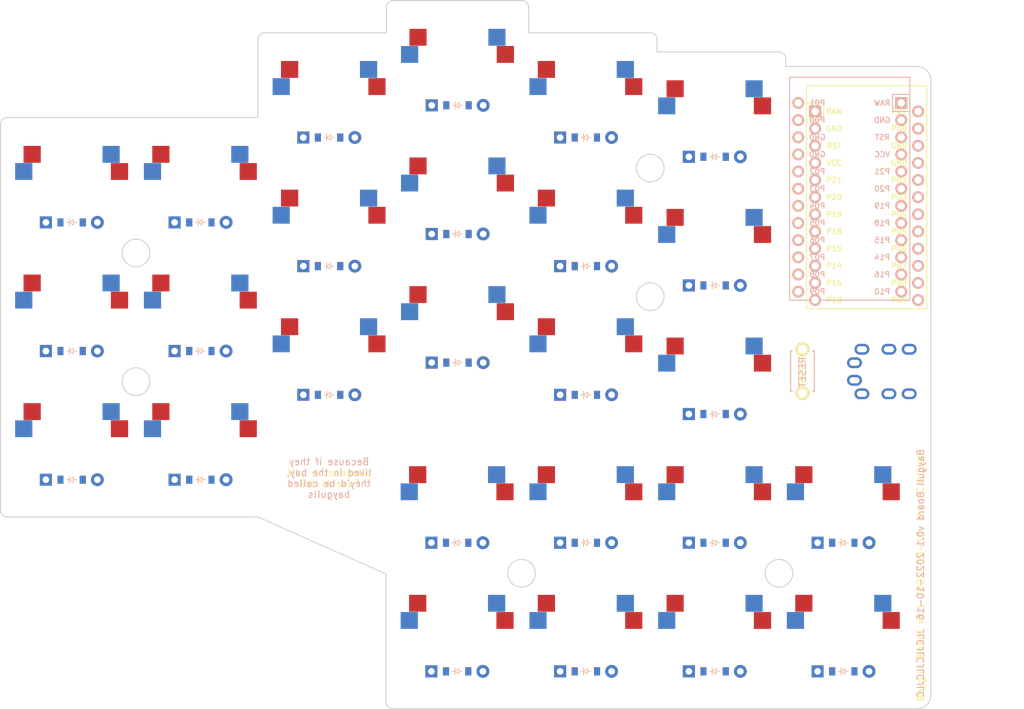
<source format=kicad_pcb>

            
(kicad_pcb (version 20171130) (host pcbnew 5.1.6)

  (page A3)
  (title_block
    (title board)
    (rev v1.0.0)
    (company Unknown)
  )

  (general
    (thickness 1.6)
  )

  (layers
    (0 F.Cu signal)
    (31 B.Cu signal)
    (32 B.Adhes user)
    (33 F.Adhes user)
    (34 B.Paste user)
    (35 F.Paste user)
    (36 B.SilkS user)
    (37 F.SilkS user)
    (38 B.Mask user)
    (39 F.Mask user)
    (40 Dwgs.User user)
    (41 Cmts.User user)
    (42 Eco1.User user)
    (43 Eco2.User user)
    (44 Edge.Cuts user)
    (45 Margin user)
    (46 B.CrtYd user)
    (47 F.CrtYd user)
    (48 B.Fab user)
    (49 F.Fab user)
  )

  (setup
    (last_trace_width 0.25)
    (trace_clearance 0.2)
    (zone_clearance 0.508)
    (zone_45_only no)
    (trace_min 0.2)
    (via_size 0.8)
    (via_drill 0.4)
    (via_min_size 0.4)
    (via_min_drill 0.3)
    (uvia_size 0.3)
    (uvia_drill 0.1)
    (uvias_allowed no)
    (uvia_min_size 0.2)
    (uvia_min_drill 0.1)
    (edge_width 0.05)
    (segment_width 0.2)
    (pcb_text_width 0.3)
    (pcb_text_size 1.5 1.5)
    (mod_edge_width 0.12)
    (mod_text_size 1 1)
    (mod_text_width 0.15)
    (pad_size 1.524 1.524)
    (pad_drill 0.762)
    (pad_to_mask_clearance 0.05)
    (aux_axis_origin 0 0)
    (visible_elements FFFFFF7F)
    (pcbplotparams
      (layerselection 0x010fc_ffffffff)
      (usegerberextensions false)
      (usegerberattributes true)
      (usegerberadvancedattributes true)
      (creategerberjobfile true)
      (excludeedgelayer true)
      (linewidth 0.100000)
      (plotframeref false)
      (viasonmask false)
      (mode 1)
      (useauxorigin false)
      (hpglpennumber 1)
      (hpglpenspeed 20)
      (hpglpendiameter 15.000000)
      (psnegative false)
      (psa4output false)
      (plotreference true)
      (plotvalue true)
      (plotinvisibletext false)
      (padsonsilk false)
      (subtractmaskfromsilk false)
      (outputformat 1)
      (mirror false)
      (drillshape 1)
      (scaleselection 1)
      (outputdirectory ""))
  )

            (net 0 "")
(net 1 "left_bottom")
(net 2 "P21")
(net 3 "P6")
(net 4 "left_home")
(net 5 "P5")
(net 6 "left_top")
(net 7 "P4")
(net 8 "pinky_bottom")
(net 9 "P20")
(net 10 "pinky_home")
(net 11 "pinky_top")
(net 12 "ring_bottom")
(net 13 "P19")
(net 14 "ring_home")
(net 15 "ring_top")
(net 16 "middle_bottom")
(net 17 "P18")
(net 18 "middle_home")
(net 19 "middle_top")
(net 20 "index_bottom")
(net 21 "P15")
(net 22 "index_home")
(net 23 "index_top")
(net 24 "inner_bottom")
(net 25 "P14")
(net 26 "inner_home")
(net 27 "inner_top")
(net 28 "one_a_thumb")
(net 29 "P7")
(net 30 "one_b_thumb")
(net 31 "two_a_thumb")
(net 32 "two_b_thumb")
(net 33 "three_a_thumb")
(net 34 "three_b_thumb")
(net 35 "four_a_thumb")
(net 36 "four_b_thumb")
(net 37 "RAW")
(net 38 "GND")
(net 39 "RST")
(net 40 "VCC")
(net 41 "P16")
(net 42 "P10")
(net 43 "P1")
(net 44 "P0")
(net 45 "P2")
(net 46 "P3")
(net 47 "P8")
(net 48 "P9")
(net 49 "Bplus")
(net 50 "Bminus")
            
  (net_class Default "This is the default net class."
    (clearance 0.2)
    (trace_width 0.25)
    (via_dia 0.8)
    (via_drill 0.4)
    (uvia_dia 0.3)
    (uvia_drill 0.1)
    (add_net "")
(add_net "left_bottom")
(add_net "P21")
(add_net "P6")
(add_net "left_home")
(add_net "P5")
(add_net "left_top")
(add_net "P4")
(add_net "pinky_bottom")
(add_net "P20")
(add_net "pinky_home")
(add_net "pinky_top")
(add_net "ring_bottom")
(add_net "P19")
(add_net "ring_home")
(add_net "ring_top")
(add_net "middle_bottom")
(add_net "P18")
(add_net "middle_home")
(add_net "middle_top")
(add_net "index_bottom")
(add_net "P15")
(add_net "index_home")
(add_net "index_top")
(add_net "inner_bottom")
(add_net "P14")
(add_net "inner_home")
(add_net "inner_top")
(add_net "one_a_thumb")
(add_net "P7")
(add_net "one_b_thumb")
(add_net "two_a_thumb")
(add_net "two_b_thumb")
(add_net "three_a_thumb")
(add_net "three_b_thumb")
(add_net "four_a_thumb")
(add_net "four_b_thumb")
(add_net "RST")
(add_net "P16")
(add_net "P10")
(add_net "P1")
(add_net "P0")
(add_net "P2")
(add_net "P3")
(add_net "P8")
(add_net "P9")
  )

            
  (net_class Power "This is the power net class."
    (clearance 0.2)
    (trace_width 0.5)
    (via_dia 0.8)
    (via_drill 0.4)
    (uvia_dia 0.3)
    (uvia_drill 0.1)
    (add_net "RAW")
(add_net "GND")
(add_net "VCC")
(add_net "Bplus")
(add_net "Bminus")
  )

            
        
      (module MX (layer F.Cu) (tedit 5DD4F656)
      (at 19.05 0 0)

      
      (fp_text reference "S1" (at 0 0) (layer F.SilkS) hide (effects (font (size 1.27 1.27) (thickness 0.15))))
      (fp_text value "" (at 0 0) (layer F.SilkS) hide (effects (font (size 1.27 1.27) (thickness 0.15))))

      
      (fp_line (start -7 -6) (end -7 -7) (layer Dwgs.User) (width 0.15))
      (fp_line (start -7 7) (end -6 7) (layer Dwgs.User) (width 0.15))
      (fp_line (start -6 -7) (end -7 -7) (layer Dwgs.User) (width 0.15))
      (fp_line (start -7 7) (end -7 6) (layer Dwgs.User) (width 0.15))
      (fp_line (start 7 6) (end 7 7) (layer Dwgs.User) (width 0.15))
      (fp_line (start 7 -7) (end 6 -7) (layer Dwgs.User) (width 0.15))
      (fp_line (start 6 7) (end 7 7) (layer Dwgs.User) (width 0.15))
      (fp_line (start 7 -7) (end 7 -6) (layer Dwgs.User) (width 0.15))
    
      
      (pad "" np_thru_hole circle (at 0 0) (size 3.9878 3.9878) (drill 3.9878) (layers *.Cu *.Mask))

      
      (pad "" np_thru_hole circle (at 5.08 0) (size 1.7018 1.7018) (drill 1.7018) (layers *.Cu *.Mask))
      (pad "" np_thru_hole circle (at -5.08 0) (size 1.7018 1.7018) (drill 1.7018) (layers *.Cu *.Mask))
      
        
      
      (fp_line (start -9.5 -9.5) (end 9.5 -9.5) (layer Dwgs.User) (width 0.15))
      (fp_line (start 9.5 -9.5) (end 9.5 9.5) (layer Dwgs.User) (width 0.15))
      (fp_line (start 9.5 9.5) (end -9.5 9.5) (layer Dwgs.User) (width 0.15))
      (fp_line (start -9.5 9.5) (end -9.5 -9.5) (layer Dwgs.User) (width 0.15))
      
        
        
        (pad "" np_thru_hole circle (at 2.54 -5.08) (size 3 3) (drill 3) (layers *.Cu *.Mask))
        (pad "" np_thru_hole circle (at -3.81 -2.54) (size 3 3) (drill 3) (layers *.Cu *.Mask))
        
        
        (pad 1 smd rect (at -7.085 -2.54 180) (size 2.55 2.5) (layers B.Cu B.Paste B.Mask) (net 1 "left_bottom"))
        (pad 2 smd rect (at 5.842 -5.08 180) (size 2.55 2.5) (layers B.Cu B.Paste B.Mask) (net 2 "P21"))
        
        
        
        (pad "" np_thru_hole circle (at -2.54 -5.08) (size 3 3) (drill 3) (layers *.Cu *.Mask))
        (pad "" np_thru_hole circle (at 3.81 -2.54) (size 3 3) (drill 3) (layers *.Cu *.Mask))
        
        
        (pad 1 smd rect (at 7.085 -2.54 180) (size 2.55 2.5) (layers F.Cu F.Paste F.Mask) (net 1 "left_bottom"))
        (pad 2 smd rect (at -5.842 -5.08 180) (size 2.55 2.5) (layers F.Cu F.Paste F.Mask) (net 2 "P21"))
        )
        

  
    (module ComboDiode (layer F.Cu) (tedit 5B24D78E)


        (at 19.05 5 0)

        
        (fp_text reference "D1" (at 0 0) (layer F.SilkS) hide (effects (font (size 1.27 1.27) (thickness 0.15))))
        (fp_text value "" (at 0 0) (layer F.SilkS) hide (effects (font (size 1.27 1.27) (thickness 0.15))))
        
        
        (fp_line (start 0.25 0) (end 0.75 0) (layer F.SilkS) (width 0.1))
        (fp_line (start 0.25 0.4) (end -0.35 0) (layer F.SilkS) (width 0.1))
        (fp_line (start 0.25 -0.4) (end 0.25 0.4) (layer F.SilkS) (width 0.1))
        (fp_line (start -0.35 0) (end 0.25 -0.4) (layer F.SilkS) (width 0.1))
        (fp_line (start -0.35 0) (end -0.35 0.55) (layer F.SilkS) (width 0.1))
        (fp_line (start -0.35 0) (end -0.35 -0.55) (layer F.SilkS) (width 0.1))
        (fp_line (start -0.75 0) (end -0.35 0) (layer F.SilkS) (width 0.1))
        (fp_line (start 0.25 0) (end 0.75 0) (layer B.SilkS) (width 0.1))
        (fp_line (start 0.25 0.4) (end -0.35 0) (layer B.SilkS) (width 0.1))
        (fp_line (start 0.25 -0.4) (end 0.25 0.4) (layer B.SilkS) (width 0.1))
        (fp_line (start -0.35 0) (end 0.25 -0.4) (layer B.SilkS) (width 0.1))
        (fp_line (start -0.35 0) (end -0.35 0.55) (layer B.SilkS) (width 0.1))
        (fp_line (start -0.35 0) (end -0.35 -0.55) (layer B.SilkS) (width 0.1))
        (fp_line (start -0.75 0) (end -0.35 0) (layer B.SilkS) (width 0.1))

        
             
             (pad 1 smd rect (at -1.65 0 0) (size 0.9 1.2) (layers F.Cu F.Paste F.Mask) (net 3 "P6"))
             (pad 2 smd rect (at 1.65 0 0) (size 0.9 1.2) (layers B.Cu B.Paste B.Mask) (net 1 "left_bottom"))
             (pad 1 smd rect (at -1.65 0 0) (size 0.9 1.2) (layers B.Cu B.Paste B.Mask) (net 3 "P6"))
             (pad 2 smd rect (at 1.65 0 0) (size 0.9 1.2) (layers F.Cu F.Paste F.Mask) (net 1 "left_bottom"))
            

        
             
             (pad 1 thru_hole circle (at 3.81 0 0) (size 1.905 1.905) (drill 0.9906) (layers *.Cu *.Mask) (net 1 "left_bottom"))
             (pad 2 thru_hole rect (at -3.81 0 0) (size 1.778 1.778) (drill 0.9906) (layers *.Cu *.Mask) (net 3 "P6"))
            
    )
  
    

        
      (module MX (layer F.Cu) (tedit 5DD4F656)
      (at 19.05 -19.05 0)

      
      (fp_text reference "S2" (at 0 0) (layer F.SilkS) hide (effects (font (size 1.27 1.27) (thickness 0.15))))
      (fp_text value "" (at 0 0) (layer F.SilkS) hide (effects (font (size 1.27 1.27) (thickness 0.15))))

      
      (fp_line (start -7 -6) (end -7 -7) (layer Dwgs.User) (width 0.15))
      (fp_line (start -7 7) (end -6 7) (layer Dwgs.User) (width 0.15))
      (fp_line (start -6 -7) (end -7 -7) (layer Dwgs.User) (width 0.15))
      (fp_line (start -7 7) (end -7 6) (layer Dwgs.User) (width 0.15))
      (fp_line (start 7 6) (end 7 7) (layer Dwgs.User) (width 0.15))
      (fp_line (start 7 -7) (end 6 -7) (layer Dwgs.User) (width 0.15))
      (fp_line (start 6 7) (end 7 7) (layer Dwgs.User) (width 0.15))
      (fp_line (start 7 -7) (end 7 -6) (layer Dwgs.User) (width 0.15))
    
      
      (pad "" np_thru_hole circle (at 0 0) (size 3.9878 3.9878) (drill 3.9878) (layers *.Cu *.Mask))

      
      (pad "" np_thru_hole circle (at 5.08 0) (size 1.7018 1.7018) (drill 1.7018) (layers *.Cu *.Mask))
      (pad "" np_thru_hole circle (at -5.08 0) (size 1.7018 1.7018) (drill 1.7018) (layers *.Cu *.Mask))
      
        
      
      (fp_line (start -9.5 -9.5) (end 9.5 -9.5) (layer Dwgs.User) (width 0.15))
      (fp_line (start 9.5 -9.5) (end 9.5 9.5) (layer Dwgs.User) (width 0.15))
      (fp_line (start 9.5 9.5) (end -9.5 9.5) (layer Dwgs.User) (width 0.15))
      (fp_line (start -9.5 9.5) (end -9.5 -9.5) (layer Dwgs.User) (width 0.15))
      
        
        
        (pad "" np_thru_hole circle (at 2.54 -5.08) (size 3 3) (drill 3) (layers *.Cu *.Mask))
        (pad "" np_thru_hole circle (at -3.81 -2.54) (size 3 3) (drill 3) (layers *.Cu *.Mask))
        
        
        (pad 1 smd rect (at -7.085 -2.54 180) (size 2.55 2.5) (layers B.Cu B.Paste B.Mask) (net 4 "left_home"))
        (pad 2 smd rect (at 5.842 -5.08 180) (size 2.55 2.5) (layers B.Cu B.Paste B.Mask) (net 2 "P21"))
        
        
        
        (pad "" np_thru_hole circle (at -2.54 -5.08) (size 3 3) (drill 3) (layers *.Cu *.Mask))
        (pad "" np_thru_hole circle (at 3.81 -2.54) (size 3 3) (drill 3) (layers *.Cu *.Mask))
        
        
        (pad 1 smd rect (at 7.085 -2.54 180) (size 2.55 2.5) (layers F.Cu F.Paste F.Mask) (net 4 "left_home"))
        (pad 2 smd rect (at -5.842 -5.08 180) (size 2.55 2.5) (layers F.Cu F.Paste F.Mask) (net 2 "P21"))
        )
        

  
    (module ComboDiode (layer F.Cu) (tedit 5B24D78E)


        (at 19.05 -14.05 0)

        
        (fp_text reference "D2" (at 0 0) (layer F.SilkS) hide (effects (font (size 1.27 1.27) (thickness 0.15))))
        (fp_text value "" (at 0 0) (layer F.SilkS) hide (effects (font (size 1.27 1.27) (thickness 0.15))))
        
        
        (fp_line (start 0.25 0) (end 0.75 0) (layer F.SilkS) (width 0.1))
        (fp_line (start 0.25 0.4) (end -0.35 0) (layer F.SilkS) (width 0.1))
        (fp_line (start 0.25 -0.4) (end 0.25 0.4) (layer F.SilkS) (width 0.1))
        (fp_line (start -0.35 0) (end 0.25 -0.4) (layer F.SilkS) (width 0.1))
        (fp_line (start -0.35 0) (end -0.35 0.55) (layer F.SilkS) (width 0.1))
        (fp_line (start -0.35 0) (end -0.35 -0.55) (layer F.SilkS) (width 0.1))
        (fp_line (start -0.75 0) (end -0.35 0) (layer F.SilkS) (width 0.1))
        (fp_line (start 0.25 0) (end 0.75 0) (layer B.SilkS) (width 0.1))
        (fp_line (start 0.25 0.4) (end -0.35 0) (layer B.SilkS) (width 0.1))
        (fp_line (start 0.25 -0.4) (end 0.25 0.4) (layer B.SilkS) (width 0.1))
        (fp_line (start -0.35 0) (end 0.25 -0.4) (layer B.SilkS) (width 0.1))
        (fp_line (start -0.35 0) (end -0.35 0.55) (layer B.SilkS) (width 0.1))
        (fp_line (start -0.35 0) (end -0.35 -0.55) (layer B.SilkS) (width 0.1))
        (fp_line (start -0.75 0) (end -0.35 0) (layer B.SilkS) (width 0.1))

        
             
             (pad 1 smd rect (at -1.65 0 0) (size 0.9 1.2) (layers F.Cu F.Paste F.Mask) (net 5 "P5"))
             (pad 2 smd rect (at 1.65 0 0) (size 0.9 1.2) (layers B.Cu B.Paste B.Mask) (net 4 "left_home"))
             (pad 1 smd rect (at -1.65 0 0) (size 0.9 1.2) (layers B.Cu B.Paste B.Mask) (net 5 "P5"))
             (pad 2 smd rect (at 1.65 0 0) (size 0.9 1.2) (layers F.Cu F.Paste F.Mask) (net 4 "left_home"))
            

        
             
             (pad 1 thru_hole circle (at 3.81 0 0) (size 1.905 1.905) (drill 0.9906) (layers *.Cu *.Mask) (net 4 "left_home"))
             (pad 2 thru_hole rect (at -3.81 0 0) (size 1.778 1.778) (drill 0.9906) (layers *.Cu *.Mask) (net 5 "P5"))
            
    )
  
    

        
      (module MX (layer F.Cu) (tedit 5DD4F656)
      (at 19.05 -38.1 0)

      
      (fp_text reference "S3" (at 0 0) (layer F.SilkS) hide (effects (font (size 1.27 1.27) (thickness 0.15))))
      (fp_text value "" (at 0 0) (layer F.SilkS) hide (effects (font (size 1.27 1.27) (thickness 0.15))))

      
      (fp_line (start -7 -6) (end -7 -7) (layer Dwgs.User) (width 0.15))
      (fp_line (start -7 7) (end -6 7) (layer Dwgs.User) (width 0.15))
      (fp_line (start -6 -7) (end -7 -7) (layer Dwgs.User) (width 0.15))
      (fp_line (start -7 7) (end -7 6) (layer Dwgs.User) (width 0.15))
      (fp_line (start 7 6) (end 7 7) (layer Dwgs.User) (width 0.15))
      (fp_line (start 7 -7) (end 6 -7) (layer Dwgs.User) (width 0.15))
      (fp_line (start 6 7) (end 7 7) (layer Dwgs.User) (width 0.15))
      (fp_line (start 7 -7) (end 7 -6) (layer Dwgs.User) (width 0.15))
    
      
      (pad "" np_thru_hole circle (at 0 0) (size 3.9878 3.9878) (drill 3.9878) (layers *.Cu *.Mask))

      
      (pad "" np_thru_hole circle (at 5.08 0) (size 1.7018 1.7018) (drill 1.7018) (layers *.Cu *.Mask))
      (pad "" np_thru_hole circle (at -5.08 0) (size 1.7018 1.7018) (drill 1.7018) (layers *.Cu *.Mask))
      
        
      
      (fp_line (start -9.5 -9.5) (end 9.5 -9.5) (layer Dwgs.User) (width 0.15))
      (fp_line (start 9.5 -9.5) (end 9.5 9.5) (layer Dwgs.User) (width 0.15))
      (fp_line (start 9.5 9.5) (end -9.5 9.5) (layer Dwgs.User) (width 0.15))
      (fp_line (start -9.5 9.5) (end -9.5 -9.5) (layer Dwgs.User) (width 0.15))
      
        
        
        (pad "" np_thru_hole circle (at 2.54 -5.08) (size 3 3) (drill 3) (layers *.Cu *.Mask))
        (pad "" np_thru_hole circle (at -3.81 -2.54) (size 3 3) (drill 3) (layers *.Cu *.Mask))
        
        
        (pad 1 smd rect (at -7.085 -2.54 180) (size 2.55 2.5) (layers B.Cu B.Paste B.Mask) (net 6 "left_top"))
        (pad 2 smd rect (at 5.842 -5.08 180) (size 2.55 2.5) (layers B.Cu B.Paste B.Mask) (net 2 "P21"))
        
        
        
        (pad "" np_thru_hole circle (at -2.54 -5.08) (size 3 3) (drill 3) (layers *.Cu *.Mask))
        (pad "" np_thru_hole circle (at 3.81 -2.54) (size 3 3) (drill 3) (layers *.Cu *.Mask))
        
        
        (pad 1 smd rect (at 7.085 -2.54 180) (size 2.55 2.5) (layers F.Cu F.Paste F.Mask) (net 6 "left_top"))
        (pad 2 smd rect (at -5.842 -5.08 180) (size 2.55 2.5) (layers F.Cu F.Paste F.Mask) (net 2 "P21"))
        )
        

  
    (module ComboDiode (layer F.Cu) (tedit 5B24D78E)


        (at 19.05 -33.1 0)

        
        (fp_text reference "D3" (at 0 0) (layer F.SilkS) hide (effects (font (size 1.27 1.27) (thickness 0.15))))
        (fp_text value "" (at 0 0) (layer F.SilkS) hide (effects (font (size 1.27 1.27) (thickness 0.15))))
        
        
        (fp_line (start 0.25 0) (end 0.75 0) (layer F.SilkS) (width 0.1))
        (fp_line (start 0.25 0.4) (end -0.35 0) (layer F.SilkS) (width 0.1))
        (fp_line (start 0.25 -0.4) (end 0.25 0.4) (layer F.SilkS) (width 0.1))
        (fp_line (start -0.35 0) (end 0.25 -0.4) (layer F.SilkS) (width 0.1))
        (fp_line (start -0.35 0) (end -0.35 0.55) (layer F.SilkS) (width 0.1))
        (fp_line (start -0.35 0) (end -0.35 -0.55) (layer F.SilkS) (width 0.1))
        (fp_line (start -0.75 0) (end -0.35 0) (layer F.SilkS) (width 0.1))
        (fp_line (start 0.25 0) (end 0.75 0) (layer B.SilkS) (width 0.1))
        (fp_line (start 0.25 0.4) (end -0.35 0) (layer B.SilkS) (width 0.1))
        (fp_line (start 0.25 -0.4) (end 0.25 0.4) (layer B.SilkS) (width 0.1))
        (fp_line (start -0.35 0) (end 0.25 -0.4) (layer B.SilkS) (width 0.1))
        (fp_line (start -0.35 0) (end -0.35 0.55) (layer B.SilkS) (width 0.1))
        (fp_line (start -0.35 0) (end -0.35 -0.55) (layer B.SilkS) (width 0.1))
        (fp_line (start -0.75 0) (end -0.35 0) (layer B.SilkS) (width 0.1))

        
             
             (pad 1 smd rect (at -1.65 0 0) (size 0.9 1.2) (layers F.Cu F.Paste F.Mask) (net 7 "P4"))
             (pad 2 smd rect (at 1.65 0 0) (size 0.9 1.2) (layers B.Cu B.Paste B.Mask) (net 6 "left_top"))
             (pad 1 smd rect (at -1.65 0 0) (size 0.9 1.2) (layers B.Cu B.Paste B.Mask) (net 7 "P4"))
             (pad 2 smd rect (at 1.65 0 0) (size 0.9 1.2) (layers F.Cu F.Paste F.Mask) (net 6 "left_top"))
            

        
             
             (pad 1 thru_hole circle (at 3.81 0 0) (size 1.905 1.905) (drill 0.9906) (layers *.Cu *.Mask) (net 6 "left_top"))
             (pad 2 thru_hole rect (at -3.81 0 0) (size 1.778 1.778) (drill 0.9906) (layers *.Cu *.Mask) (net 7 "P4"))
            
    )
  
    

        
      (module MX (layer F.Cu) (tedit 5DD4F656)
      (at 38.1 0 0)

      
      (fp_text reference "S4" (at 0 0) (layer F.SilkS) hide (effects (font (size 1.27 1.27) (thickness 0.15))))
      (fp_text value "" (at 0 0) (layer F.SilkS) hide (effects (font (size 1.27 1.27) (thickness 0.15))))

      
      (fp_line (start -7 -6) (end -7 -7) (layer Dwgs.User) (width 0.15))
      (fp_line (start -7 7) (end -6 7) (layer Dwgs.User) (width 0.15))
      (fp_line (start -6 -7) (end -7 -7) (layer Dwgs.User) (width 0.15))
      (fp_line (start -7 7) (end -7 6) (layer Dwgs.User) (width 0.15))
      (fp_line (start 7 6) (end 7 7) (layer Dwgs.User) (width 0.15))
      (fp_line (start 7 -7) (end 6 -7) (layer Dwgs.User) (width 0.15))
      (fp_line (start 6 7) (end 7 7) (layer Dwgs.User) (width 0.15))
      (fp_line (start 7 -7) (end 7 -6) (layer Dwgs.User) (width 0.15))
    
      
      (pad "" np_thru_hole circle (at 0 0) (size 3.9878 3.9878) (drill 3.9878) (layers *.Cu *.Mask))

      
      (pad "" np_thru_hole circle (at 5.08 0) (size 1.7018 1.7018) (drill 1.7018) (layers *.Cu *.Mask))
      (pad "" np_thru_hole circle (at -5.08 0) (size 1.7018 1.7018) (drill 1.7018) (layers *.Cu *.Mask))
      
        
      
      (fp_line (start -9.5 -9.5) (end 9.5 -9.5) (layer Dwgs.User) (width 0.15))
      (fp_line (start 9.5 -9.5) (end 9.5 9.5) (layer Dwgs.User) (width 0.15))
      (fp_line (start 9.5 9.5) (end -9.5 9.5) (layer Dwgs.User) (width 0.15))
      (fp_line (start -9.5 9.5) (end -9.5 -9.5) (layer Dwgs.User) (width 0.15))
      
        
        
        (pad "" np_thru_hole circle (at 2.54 -5.08) (size 3 3) (drill 3) (layers *.Cu *.Mask))
        (pad "" np_thru_hole circle (at -3.81 -2.54) (size 3 3) (drill 3) (layers *.Cu *.Mask))
        
        
        (pad 1 smd rect (at -7.085 -2.54 180) (size 2.55 2.5) (layers B.Cu B.Paste B.Mask) (net 8 "pinky_bottom"))
        (pad 2 smd rect (at 5.842 -5.08 180) (size 2.55 2.5) (layers B.Cu B.Paste B.Mask) (net 9 "P20"))
        
        
        
        (pad "" np_thru_hole circle (at -2.54 -5.08) (size 3 3) (drill 3) (layers *.Cu *.Mask))
        (pad "" np_thru_hole circle (at 3.81 -2.54) (size 3 3) (drill 3) (layers *.Cu *.Mask))
        
        
        (pad 1 smd rect (at 7.085 -2.54 180) (size 2.55 2.5) (layers F.Cu F.Paste F.Mask) (net 8 "pinky_bottom"))
        (pad 2 smd rect (at -5.842 -5.08 180) (size 2.55 2.5) (layers F.Cu F.Paste F.Mask) (net 9 "P20"))
        )
        

  
    (module ComboDiode (layer F.Cu) (tedit 5B24D78E)


        (at 38.1 5 0)

        
        (fp_text reference "D4" (at 0 0) (layer F.SilkS) hide (effects (font (size 1.27 1.27) (thickness 0.15))))
        (fp_text value "" (at 0 0) (layer F.SilkS) hide (effects (font (size 1.27 1.27) (thickness 0.15))))
        
        
        (fp_line (start 0.25 0) (end 0.75 0) (layer F.SilkS) (width 0.1))
        (fp_line (start 0.25 0.4) (end -0.35 0) (layer F.SilkS) (width 0.1))
        (fp_line (start 0.25 -0.4) (end 0.25 0.4) (layer F.SilkS) (width 0.1))
        (fp_line (start -0.35 0) (end 0.25 -0.4) (layer F.SilkS) (width 0.1))
        (fp_line (start -0.35 0) (end -0.35 0.55) (layer F.SilkS) (width 0.1))
        (fp_line (start -0.35 0) (end -0.35 -0.55) (layer F.SilkS) (width 0.1))
        (fp_line (start -0.75 0) (end -0.35 0) (layer F.SilkS) (width 0.1))
        (fp_line (start 0.25 0) (end 0.75 0) (layer B.SilkS) (width 0.1))
        (fp_line (start 0.25 0.4) (end -0.35 0) (layer B.SilkS) (width 0.1))
        (fp_line (start 0.25 -0.4) (end 0.25 0.4) (layer B.SilkS) (width 0.1))
        (fp_line (start -0.35 0) (end 0.25 -0.4) (layer B.SilkS) (width 0.1))
        (fp_line (start -0.35 0) (end -0.35 0.55) (layer B.SilkS) (width 0.1))
        (fp_line (start -0.35 0) (end -0.35 -0.55) (layer B.SilkS) (width 0.1))
        (fp_line (start -0.75 0) (end -0.35 0) (layer B.SilkS) (width 0.1))

        
             
             (pad 1 smd rect (at -1.65 0 0) (size 0.9 1.2) (layers F.Cu F.Paste F.Mask) (net 3 "P6"))
             (pad 2 smd rect (at 1.65 0 0) (size 0.9 1.2) (layers B.Cu B.Paste B.Mask) (net 8 "pinky_bottom"))
             (pad 1 smd rect (at -1.65 0 0) (size 0.9 1.2) (layers B.Cu B.Paste B.Mask) (net 3 "P6"))
             (pad 2 smd rect (at 1.65 0 0) (size 0.9 1.2) (layers F.Cu F.Paste F.Mask) (net 8 "pinky_bottom"))
            

        
             
             (pad 1 thru_hole circle (at 3.81 0 0) (size 1.905 1.905) (drill 0.9906) (layers *.Cu *.Mask) (net 8 "pinky_bottom"))
             (pad 2 thru_hole rect (at -3.81 0 0) (size 1.778 1.778) (drill 0.9906) (layers *.Cu *.Mask) (net 3 "P6"))
            
    )
  
    

        
      (module MX (layer F.Cu) (tedit 5DD4F656)
      (at 38.1 -19.05 0)

      
      (fp_text reference "S5" (at 0 0) (layer F.SilkS) hide (effects (font (size 1.27 1.27) (thickness 0.15))))
      (fp_text value "" (at 0 0) (layer F.SilkS) hide (effects (font (size 1.27 1.27) (thickness 0.15))))

      
      (fp_line (start -7 -6) (end -7 -7) (layer Dwgs.User) (width 0.15))
      (fp_line (start -7 7) (end -6 7) (layer Dwgs.User) (width 0.15))
      (fp_line (start -6 -7) (end -7 -7) (layer Dwgs.User) (width 0.15))
      (fp_line (start -7 7) (end -7 6) (layer Dwgs.User) (width 0.15))
      (fp_line (start 7 6) (end 7 7) (layer Dwgs.User) (width 0.15))
      (fp_line (start 7 -7) (end 6 -7) (layer Dwgs.User) (width 0.15))
      (fp_line (start 6 7) (end 7 7) (layer Dwgs.User) (width 0.15))
      (fp_line (start 7 -7) (end 7 -6) (layer Dwgs.User) (width 0.15))
    
      
      (pad "" np_thru_hole circle (at 0 0) (size 3.9878 3.9878) (drill 3.9878) (layers *.Cu *.Mask))

      
      (pad "" np_thru_hole circle (at 5.08 0) (size 1.7018 1.7018) (drill 1.7018) (layers *.Cu *.Mask))
      (pad "" np_thru_hole circle (at -5.08 0) (size 1.7018 1.7018) (drill 1.7018) (layers *.Cu *.Mask))
      
        
      
      (fp_line (start -9.5 -9.5) (end 9.5 -9.5) (layer Dwgs.User) (width 0.15))
      (fp_line (start 9.5 -9.5) (end 9.5 9.5) (layer Dwgs.User) (width 0.15))
      (fp_line (start 9.5 9.5) (end -9.5 9.5) (layer Dwgs.User) (width 0.15))
      (fp_line (start -9.5 9.5) (end -9.5 -9.5) (layer Dwgs.User) (width 0.15))
      
        
        
        (pad "" np_thru_hole circle (at 2.54 -5.08) (size 3 3) (drill 3) (layers *.Cu *.Mask))
        (pad "" np_thru_hole circle (at -3.81 -2.54) (size 3 3) (drill 3) (layers *.Cu *.Mask))
        
        
        (pad 1 smd rect (at -7.085 -2.54 180) (size 2.55 2.5) (layers B.Cu B.Paste B.Mask) (net 10 "pinky_home"))
        (pad 2 smd rect (at 5.842 -5.08 180) (size 2.55 2.5) (layers B.Cu B.Paste B.Mask) (net 9 "P20"))
        
        
        
        (pad "" np_thru_hole circle (at -2.54 -5.08) (size 3 3) (drill 3) (layers *.Cu *.Mask))
        (pad "" np_thru_hole circle (at 3.81 -2.54) (size 3 3) (drill 3) (layers *.Cu *.Mask))
        
        
        (pad 1 smd rect (at 7.085 -2.54 180) (size 2.55 2.5) (layers F.Cu F.Paste F.Mask) (net 10 "pinky_home"))
        (pad 2 smd rect (at -5.842 -5.08 180) (size 2.55 2.5) (layers F.Cu F.Paste F.Mask) (net 9 "P20"))
        )
        

  
    (module ComboDiode (layer F.Cu) (tedit 5B24D78E)


        (at 38.1 -14.05 0)

        
        (fp_text reference "D5" (at 0 0) (layer F.SilkS) hide (effects (font (size 1.27 1.27) (thickness 0.15))))
        (fp_text value "" (at 0 0) (layer F.SilkS) hide (effects (font (size 1.27 1.27) (thickness 0.15))))
        
        
        (fp_line (start 0.25 0) (end 0.75 0) (layer F.SilkS) (width 0.1))
        (fp_line (start 0.25 0.4) (end -0.35 0) (layer F.SilkS) (width 0.1))
        (fp_line (start 0.25 -0.4) (end 0.25 0.4) (layer F.SilkS) (width 0.1))
        (fp_line (start -0.35 0) (end 0.25 -0.4) (layer F.SilkS) (width 0.1))
        (fp_line (start -0.35 0) (end -0.35 0.55) (layer F.SilkS) (width 0.1))
        (fp_line (start -0.35 0) (end -0.35 -0.55) (layer F.SilkS) (width 0.1))
        (fp_line (start -0.75 0) (end -0.35 0) (layer F.SilkS) (width 0.1))
        (fp_line (start 0.25 0) (end 0.75 0) (layer B.SilkS) (width 0.1))
        (fp_line (start 0.25 0.4) (end -0.35 0) (layer B.SilkS) (width 0.1))
        (fp_line (start 0.25 -0.4) (end 0.25 0.4) (layer B.SilkS) (width 0.1))
        (fp_line (start -0.35 0) (end 0.25 -0.4) (layer B.SilkS) (width 0.1))
        (fp_line (start -0.35 0) (end -0.35 0.55) (layer B.SilkS) (width 0.1))
        (fp_line (start -0.35 0) (end -0.35 -0.55) (layer B.SilkS) (width 0.1))
        (fp_line (start -0.75 0) (end -0.35 0) (layer B.SilkS) (width 0.1))

        
             
             (pad 1 smd rect (at -1.65 0 0) (size 0.9 1.2) (layers F.Cu F.Paste F.Mask) (net 5 "P5"))
             (pad 2 smd rect (at 1.65 0 0) (size 0.9 1.2) (layers B.Cu B.Paste B.Mask) (net 10 "pinky_home"))
             (pad 1 smd rect (at -1.65 0 0) (size 0.9 1.2) (layers B.Cu B.Paste B.Mask) (net 5 "P5"))
             (pad 2 smd rect (at 1.65 0 0) (size 0.9 1.2) (layers F.Cu F.Paste F.Mask) (net 10 "pinky_home"))
            

        
             
             (pad 1 thru_hole circle (at 3.81 0 0) (size 1.905 1.905) (drill 0.9906) (layers *.Cu *.Mask) (net 10 "pinky_home"))
             (pad 2 thru_hole rect (at -3.81 0 0) (size 1.778 1.778) (drill 0.9906) (layers *.Cu *.Mask) (net 5 "P5"))
            
    )
  
    

        
      (module MX (layer F.Cu) (tedit 5DD4F656)
      (at 38.1 -38.1 0)

      
      (fp_text reference "S6" (at 0 0) (layer F.SilkS) hide (effects (font (size 1.27 1.27) (thickness 0.15))))
      (fp_text value "" (at 0 0) (layer F.SilkS) hide (effects (font (size 1.27 1.27) (thickness 0.15))))

      
      (fp_line (start -7 -6) (end -7 -7) (layer Dwgs.User) (width 0.15))
      (fp_line (start -7 7) (end -6 7) (layer Dwgs.User) (width 0.15))
      (fp_line (start -6 -7) (end -7 -7) (layer Dwgs.User) (width 0.15))
      (fp_line (start -7 7) (end -7 6) (layer Dwgs.User) (width 0.15))
      (fp_line (start 7 6) (end 7 7) (layer Dwgs.User) (width 0.15))
      (fp_line (start 7 -7) (end 6 -7) (layer Dwgs.User) (width 0.15))
      (fp_line (start 6 7) (end 7 7) (layer Dwgs.User) (width 0.15))
      (fp_line (start 7 -7) (end 7 -6) (layer Dwgs.User) (width 0.15))
    
      
      (pad "" np_thru_hole circle (at 0 0) (size 3.9878 3.9878) (drill 3.9878) (layers *.Cu *.Mask))

      
      (pad "" np_thru_hole circle (at 5.08 0) (size 1.7018 1.7018) (drill 1.7018) (layers *.Cu *.Mask))
      (pad "" np_thru_hole circle (at -5.08 0) (size 1.7018 1.7018) (drill 1.7018) (layers *.Cu *.Mask))
      
        
      
      (fp_line (start -9.5 -9.5) (end 9.5 -9.5) (layer Dwgs.User) (width 0.15))
      (fp_line (start 9.5 -9.5) (end 9.5 9.5) (layer Dwgs.User) (width 0.15))
      (fp_line (start 9.5 9.5) (end -9.5 9.5) (layer Dwgs.User) (width 0.15))
      (fp_line (start -9.5 9.5) (end -9.5 -9.5) (layer Dwgs.User) (width 0.15))
      
        
        
        (pad "" np_thru_hole circle (at 2.54 -5.08) (size 3 3) (drill 3) (layers *.Cu *.Mask))
        (pad "" np_thru_hole circle (at -3.81 -2.54) (size 3 3) (drill 3) (layers *.Cu *.Mask))
        
        
        (pad 1 smd rect (at -7.085 -2.54 180) (size 2.55 2.5) (layers B.Cu B.Paste B.Mask) (net 11 "pinky_top"))
        (pad 2 smd rect (at 5.842 -5.08 180) (size 2.55 2.5) (layers B.Cu B.Paste B.Mask) (net 9 "P20"))
        
        
        
        (pad "" np_thru_hole circle (at -2.54 -5.08) (size 3 3) (drill 3) (layers *.Cu *.Mask))
        (pad "" np_thru_hole circle (at 3.81 -2.54) (size 3 3) (drill 3) (layers *.Cu *.Mask))
        
        
        (pad 1 smd rect (at 7.085 -2.54 180) (size 2.55 2.5) (layers F.Cu F.Paste F.Mask) (net 11 "pinky_top"))
        (pad 2 smd rect (at -5.842 -5.08 180) (size 2.55 2.5) (layers F.Cu F.Paste F.Mask) (net 9 "P20"))
        )
        

  
    (module ComboDiode (layer F.Cu) (tedit 5B24D78E)


        (at 38.1 -33.1 0)

        
        (fp_text reference "D6" (at 0 0) (layer F.SilkS) hide (effects (font (size 1.27 1.27) (thickness 0.15))))
        (fp_text value "" (at 0 0) (layer F.SilkS) hide (effects (font (size 1.27 1.27) (thickness 0.15))))
        
        
        (fp_line (start 0.25 0) (end 0.75 0) (layer F.SilkS) (width 0.1))
        (fp_line (start 0.25 0.4) (end -0.35 0) (layer F.SilkS) (width 0.1))
        (fp_line (start 0.25 -0.4) (end 0.25 0.4) (layer F.SilkS) (width 0.1))
        (fp_line (start -0.35 0) (end 0.25 -0.4) (layer F.SilkS) (width 0.1))
        (fp_line (start -0.35 0) (end -0.35 0.55) (layer F.SilkS) (width 0.1))
        (fp_line (start -0.35 0) (end -0.35 -0.55) (layer F.SilkS) (width 0.1))
        (fp_line (start -0.75 0) (end -0.35 0) (layer F.SilkS) (width 0.1))
        (fp_line (start 0.25 0) (end 0.75 0) (layer B.SilkS) (width 0.1))
        (fp_line (start 0.25 0.4) (end -0.35 0) (layer B.SilkS) (width 0.1))
        (fp_line (start 0.25 -0.4) (end 0.25 0.4) (layer B.SilkS) (width 0.1))
        (fp_line (start -0.35 0) (end 0.25 -0.4) (layer B.SilkS) (width 0.1))
        (fp_line (start -0.35 0) (end -0.35 0.55) (layer B.SilkS) (width 0.1))
        (fp_line (start -0.35 0) (end -0.35 -0.55) (layer B.SilkS) (width 0.1))
        (fp_line (start -0.75 0) (end -0.35 0) (layer B.SilkS) (width 0.1))

        
             
             (pad 1 smd rect (at -1.65 0 0) (size 0.9 1.2) (layers F.Cu F.Paste F.Mask) (net 7 "P4"))
             (pad 2 smd rect (at 1.65 0 0) (size 0.9 1.2) (layers B.Cu B.Paste B.Mask) (net 11 "pinky_top"))
             (pad 1 smd rect (at -1.65 0 0) (size 0.9 1.2) (layers B.Cu B.Paste B.Mask) (net 7 "P4"))
             (pad 2 smd rect (at 1.65 0 0) (size 0.9 1.2) (layers F.Cu F.Paste F.Mask) (net 11 "pinky_top"))
            

        
             
             (pad 1 thru_hole circle (at 3.81 0 0) (size 1.905 1.905) (drill 0.9906) (layers *.Cu *.Mask) (net 11 "pinky_top"))
             (pad 2 thru_hole rect (at -3.81 0 0) (size 1.778 1.778) (drill 0.9906) (layers *.Cu *.Mask) (net 7 "P4"))
            
    )
  
    

        
      (module MX (layer F.Cu) (tedit 5DD4F656)
      (at 57.15 -12.573 0)

      
      (fp_text reference "S7" (at 0 0) (layer F.SilkS) hide (effects (font (size 1.27 1.27) (thickness 0.15))))
      (fp_text value "" (at 0 0) (layer F.SilkS) hide (effects (font (size 1.27 1.27) (thickness 0.15))))

      
      (fp_line (start -7 -6) (end -7 -7) (layer Dwgs.User) (width 0.15))
      (fp_line (start -7 7) (end -6 7) (layer Dwgs.User) (width 0.15))
      (fp_line (start -6 -7) (end -7 -7) (layer Dwgs.User) (width 0.15))
      (fp_line (start -7 7) (end -7 6) (layer Dwgs.User) (width 0.15))
      (fp_line (start 7 6) (end 7 7) (layer Dwgs.User) (width 0.15))
      (fp_line (start 7 -7) (end 6 -7) (layer Dwgs.User) (width 0.15))
      (fp_line (start 6 7) (end 7 7) (layer Dwgs.User) (width 0.15))
      (fp_line (start 7 -7) (end 7 -6) (layer Dwgs.User) (width 0.15))
    
      
      (pad "" np_thru_hole circle (at 0 0) (size 3.9878 3.9878) (drill 3.9878) (layers *.Cu *.Mask))

      
      (pad "" np_thru_hole circle (at 5.08 0) (size 1.7018 1.7018) (drill 1.7018) (layers *.Cu *.Mask))
      (pad "" np_thru_hole circle (at -5.08 0) (size 1.7018 1.7018) (drill 1.7018) (layers *.Cu *.Mask))
      
        
      
      (fp_line (start -9.5 -9.5) (end 9.5 -9.5) (layer Dwgs.User) (width 0.15))
      (fp_line (start 9.5 -9.5) (end 9.5 9.5) (layer Dwgs.User) (width 0.15))
      (fp_line (start 9.5 9.5) (end -9.5 9.5) (layer Dwgs.User) (width 0.15))
      (fp_line (start -9.5 9.5) (end -9.5 -9.5) (layer Dwgs.User) (width 0.15))
      
        
        
        (pad "" np_thru_hole circle (at 2.54 -5.08) (size 3 3) (drill 3) (layers *.Cu *.Mask))
        (pad "" np_thru_hole circle (at -3.81 -2.54) (size 3 3) (drill 3) (layers *.Cu *.Mask))
        
        
        (pad 1 smd rect (at -7.085 -2.54 180) (size 2.55 2.5) (layers B.Cu B.Paste B.Mask) (net 12 "ring_bottom"))
        (pad 2 smd rect (at 5.842 -5.08 180) (size 2.55 2.5) (layers B.Cu B.Paste B.Mask) (net 13 "P19"))
        
        
        
        (pad "" np_thru_hole circle (at -2.54 -5.08) (size 3 3) (drill 3) (layers *.Cu *.Mask))
        (pad "" np_thru_hole circle (at 3.81 -2.54) (size 3 3) (drill 3) (layers *.Cu *.Mask))
        
        
        (pad 1 smd rect (at 7.085 -2.54 180) (size 2.55 2.5) (layers F.Cu F.Paste F.Mask) (net 12 "ring_bottom"))
        (pad 2 smd rect (at -5.842 -5.08 180) (size 2.55 2.5) (layers F.Cu F.Paste F.Mask) (net 13 "P19"))
        )
        

  
    (module ComboDiode (layer F.Cu) (tedit 5B24D78E)


        (at 57.15 -7.573 0)

        
        (fp_text reference "D7" (at 0 0) (layer F.SilkS) hide (effects (font (size 1.27 1.27) (thickness 0.15))))
        (fp_text value "" (at 0 0) (layer F.SilkS) hide (effects (font (size 1.27 1.27) (thickness 0.15))))
        
        
        (fp_line (start 0.25 0) (end 0.75 0) (layer F.SilkS) (width 0.1))
        (fp_line (start 0.25 0.4) (end -0.35 0) (layer F.SilkS) (width 0.1))
        (fp_line (start 0.25 -0.4) (end 0.25 0.4) (layer F.SilkS) (width 0.1))
        (fp_line (start -0.35 0) (end 0.25 -0.4) (layer F.SilkS) (width 0.1))
        (fp_line (start -0.35 0) (end -0.35 0.55) (layer F.SilkS) (width 0.1))
        (fp_line (start -0.35 0) (end -0.35 -0.55) (layer F.SilkS) (width 0.1))
        (fp_line (start -0.75 0) (end -0.35 0) (layer F.SilkS) (width 0.1))
        (fp_line (start 0.25 0) (end 0.75 0) (layer B.SilkS) (width 0.1))
        (fp_line (start 0.25 0.4) (end -0.35 0) (layer B.SilkS) (width 0.1))
        (fp_line (start 0.25 -0.4) (end 0.25 0.4) (layer B.SilkS) (width 0.1))
        (fp_line (start -0.35 0) (end 0.25 -0.4) (layer B.SilkS) (width 0.1))
        (fp_line (start -0.35 0) (end -0.35 0.55) (layer B.SilkS) (width 0.1))
        (fp_line (start -0.35 0) (end -0.35 -0.55) (layer B.SilkS) (width 0.1))
        (fp_line (start -0.75 0) (end -0.35 0) (layer B.SilkS) (width 0.1))

        
             
             (pad 1 smd rect (at -1.65 0 0) (size 0.9 1.2) (layers F.Cu F.Paste F.Mask) (net 3 "P6"))
             (pad 2 smd rect (at 1.65 0 0) (size 0.9 1.2) (layers B.Cu B.Paste B.Mask) (net 12 "ring_bottom"))
             (pad 1 smd rect (at -1.65 0 0) (size 0.9 1.2) (layers B.Cu B.Paste B.Mask) (net 3 "P6"))
             (pad 2 smd rect (at 1.65 0 0) (size 0.9 1.2) (layers F.Cu F.Paste F.Mask) (net 12 "ring_bottom"))
            

        
             
             (pad 1 thru_hole circle (at 3.81 0 0) (size 1.905 1.905) (drill 0.9906) (layers *.Cu *.Mask) (net 12 "ring_bottom"))
             (pad 2 thru_hole rect (at -3.81 0 0) (size 1.778 1.778) (drill 0.9906) (layers *.Cu *.Mask) (net 3 "P6"))
            
    )
  
    

        
      (module MX (layer F.Cu) (tedit 5DD4F656)
      (at 57.15 -31.623 0)

      
      (fp_text reference "S8" (at 0 0) (layer F.SilkS) hide (effects (font (size 1.27 1.27) (thickness 0.15))))
      (fp_text value "" (at 0 0) (layer F.SilkS) hide (effects (font (size 1.27 1.27) (thickness 0.15))))

      
      (fp_line (start -7 -6) (end -7 -7) (layer Dwgs.User) (width 0.15))
      (fp_line (start -7 7) (end -6 7) (layer Dwgs.User) (width 0.15))
      (fp_line (start -6 -7) (end -7 -7) (layer Dwgs.User) (width 0.15))
      (fp_line (start -7 7) (end -7 6) (layer Dwgs.User) (width 0.15))
      (fp_line (start 7 6) (end 7 7) (layer Dwgs.User) (width 0.15))
      (fp_line (start 7 -7) (end 6 -7) (layer Dwgs.User) (width 0.15))
      (fp_line (start 6 7) (end 7 7) (layer Dwgs.User) (width 0.15))
      (fp_line (start 7 -7) (end 7 -6) (layer Dwgs.User) (width 0.15))
    
      
      (pad "" np_thru_hole circle (at 0 0) (size 3.9878 3.9878) (drill 3.9878) (layers *.Cu *.Mask))

      
      (pad "" np_thru_hole circle (at 5.08 0) (size 1.7018 1.7018) (drill 1.7018) (layers *.Cu *.Mask))
      (pad "" np_thru_hole circle (at -5.08 0) (size 1.7018 1.7018) (drill 1.7018) (layers *.Cu *.Mask))
      
        
      
      (fp_line (start -9.5 -9.5) (end 9.5 -9.5) (layer Dwgs.User) (width 0.15))
      (fp_line (start 9.5 -9.5) (end 9.5 9.5) (layer Dwgs.User) (width 0.15))
      (fp_line (start 9.5 9.5) (end -9.5 9.5) (layer Dwgs.User) (width 0.15))
      (fp_line (start -9.5 9.5) (end -9.5 -9.5) (layer Dwgs.User) (width 0.15))
      
        
        
        (pad "" np_thru_hole circle (at 2.54 -5.08) (size 3 3) (drill 3) (layers *.Cu *.Mask))
        (pad "" np_thru_hole circle (at -3.81 -2.54) (size 3 3) (drill 3) (layers *.Cu *.Mask))
        
        
        (pad 1 smd rect (at -7.085 -2.54 180) (size 2.55 2.5) (layers B.Cu B.Paste B.Mask) (net 14 "ring_home"))
        (pad 2 smd rect (at 5.842 -5.08 180) (size 2.55 2.5) (layers B.Cu B.Paste B.Mask) (net 13 "P19"))
        
        
        
        (pad "" np_thru_hole circle (at -2.54 -5.08) (size 3 3) (drill 3) (layers *.Cu *.Mask))
        (pad "" np_thru_hole circle (at 3.81 -2.54) (size 3 3) (drill 3) (layers *.Cu *.Mask))
        
        
        (pad 1 smd rect (at 7.085 -2.54 180) (size 2.55 2.5) (layers F.Cu F.Paste F.Mask) (net 14 "ring_home"))
        (pad 2 smd rect (at -5.842 -5.08 180) (size 2.55 2.5) (layers F.Cu F.Paste F.Mask) (net 13 "P19"))
        )
        

  
    (module ComboDiode (layer F.Cu) (tedit 5B24D78E)


        (at 57.15 -26.623 0)

        
        (fp_text reference "D8" (at 0 0) (layer F.SilkS) hide (effects (font (size 1.27 1.27) (thickness 0.15))))
        (fp_text value "" (at 0 0) (layer F.SilkS) hide (effects (font (size 1.27 1.27) (thickness 0.15))))
        
        
        (fp_line (start 0.25 0) (end 0.75 0) (layer F.SilkS) (width 0.1))
        (fp_line (start 0.25 0.4) (end -0.35 0) (layer F.SilkS) (width 0.1))
        (fp_line (start 0.25 -0.4) (end 0.25 0.4) (layer F.SilkS) (width 0.1))
        (fp_line (start -0.35 0) (end 0.25 -0.4) (layer F.SilkS) (width 0.1))
        (fp_line (start -0.35 0) (end -0.35 0.55) (layer F.SilkS) (width 0.1))
        (fp_line (start -0.35 0) (end -0.35 -0.55) (layer F.SilkS) (width 0.1))
        (fp_line (start -0.75 0) (end -0.35 0) (layer F.SilkS) (width 0.1))
        (fp_line (start 0.25 0) (end 0.75 0) (layer B.SilkS) (width 0.1))
        (fp_line (start 0.25 0.4) (end -0.35 0) (layer B.SilkS) (width 0.1))
        (fp_line (start 0.25 -0.4) (end 0.25 0.4) (layer B.SilkS) (width 0.1))
        (fp_line (start -0.35 0) (end 0.25 -0.4) (layer B.SilkS) (width 0.1))
        (fp_line (start -0.35 0) (end -0.35 0.55) (layer B.SilkS) (width 0.1))
        (fp_line (start -0.35 0) (end -0.35 -0.55) (layer B.SilkS) (width 0.1))
        (fp_line (start -0.75 0) (end -0.35 0) (layer B.SilkS) (width 0.1))

        
             
             (pad 1 smd rect (at -1.65 0 0) (size 0.9 1.2) (layers F.Cu F.Paste F.Mask) (net 5 "P5"))
             (pad 2 smd rect (at 1.65 0 0) (size 0.9 1.2) (layers B.Cu B.Paste B.Mask) (net 14 "ring_home"))
             (pad 1 smd rect (at -1.65 0 0) (size 0.9 1.2) (layers B.Cu B.Paste B.Mask) (net 5 "P5"))
             (pad 2 smd rect (at 1.65 0 0) (size 0.9 1.2) (layers F.Cu F.Paste F.Mask) (net 14 "ring_home"))
            

        
             
             (pad 1 thru_hole circle (at 3.81 0 0) (size 1.905 1.905) (drill 0.9906) (layers *.Cu *.Mask) (net 14 "ring_home"))
             (pad 2 thru_hole rect (at -3.81 0 0) (size 1.778 1.778) (drill 0.9906) (layers *.Cu *.Mask) (net 5 "P5"))
            
    )
  
    

        
      (module MX (layer F.Cu) (tedit 5DD4F656)
      (at 57.15 -50.673 0)

      
      (fp_text reference "S9" (at 0 0) (layer F.SilkS) hide (effects (font (size 1.27 1.27) (thickness 0.15))))
      (fp_text value "" (at 0 0) (layer F.SilkS) hide (effects (font (size 1.27 1.27) (thickness 0.15))))

      
      (fp_line (start -7 -6) (end -7 -7) (layer Dwgs.User) (width 0.15))
      (fp_line (start -7 7) (end -6 7) (layer Dwgs.User) (width 0.15))
      (fp_line (start -6 -7) (end -7 -7) (layer Dwgs.User) (width 0.15))
      (fp_line (start -7 7) (end -7 6) (layer Dwgs.User) (width 0.15))
      (fp_line (start 7 6) (end 7 7) (layer Dwgs.User) (width 0.15))
      (fp_line (start 7 -7) (end 6 -7) (layer Dwgs.User) (width 0.15))
      (fp_line (start 6 7) (end 7 7) (layer Dwgs.User) (width 0.15))
      (fp_line (start 7 -7) (end 7 -6) (layer Dwgs.User) (width 0.15))
    
      
      (pad "" np_thru_hole circle (at 0 0) (size 3.9878 3.9878) (drill 3.9878) (layers *.Cu *.Mask))

      
      (pad "" np_thru_hole circle (at 5.08 0) (size 1.7018 1.7018) (drill 1.7018) (layers *.Cu *.Mask))
      (pad "" np_thru_hole circle (at -5.08 0) (size 1.7018 1.7018) (drill 1.7018) (layers *.Cu *.Mask))
      
        
      
      (fp_line (start -9.5 -9.5) (end 9.5 -9.5) (layer Dwgs.User) (width 0.15))
      (fp_line (start 9.5 -9.5) (end 9.5 9.5) (layer Dwgs.User) (width 0.15))
      (fp_line (start 9.5 9.5) (end -9.5 9.5) (layer Dwgs.User) (width 0.15))
      (fp_line (start -9.5 9.5) (end -9.5 -9.5) (layer Dwgs.User) (width 0.15))
      
        
        
        (pad "" np_thru_hole circle (at 2.54 -5.08) (size 3 3) (drill 3) (layers *.Cu *.Mask))
        (pad "" np_thru_hole circle (at -3.81 -2.54) (size 3 3) (drill 3) (layers *.Cu *.Mask))
        
        
        (pad 1 smd rect (at -7.085 -2.54 180) (size 2.55 2.5) (layers B.Cu B.Paste B.Mask) (net 15 "ring_top"))
        (pad 2 smd rect (at 5.842 -5.08 180) (size 2.55 2.5) (layers B.Cu B.Paste B.Mask) (net 13 "P19"))
        
        
        
        (pad "" np_thru_hole circle (at -2.54 -5.08) (size 3 3) (drill 3) (layers *.Cu *.Mask))
        (pad "" np_thru_hole circle (at 3.81 -2.54) (size 3 3) (drill 3) (layers *.Cu *.Mask))
        
        
        (pad 1 smd rect (at 7.085 -2.54 180) (size 2.55 2.5) (layers F.Cu F.Paste F.Mask) (net 15 "ring_top"))
        (pad 2 smd rect (at -5.842 -5.08 180) (size 2.55 2.5) (layers F.Cu F.Paste F.Mask) (net 13 "P19"))
        )
        

  
    (module ComboDiode (layer F.Cu) (tedit 5B24D78E)


        (at 57.15 -45.673 0)

        
        (fp_text reference "D9" (at 0 0) (layer F.SilkS) hide (effects (font (size 1.27 1.27) (thickness 0.15))))
        (fp_text value "" (at 0 0) (layer F.SilkS) hide (effects (font (size 1.27 1.27) (thickness 0.15))))
        
        
        (fp_line (start 0.25 0) (end 0.75 0) (layer F.SilkS) (width 0.1))
        (fp_line (start 0.25 0.4) (end -0.35 0) (layer F.SilkS) (width 0.1))
        (fp_line (start 0.25 -0.4) (end 0.25 0.4) (layer F.SilkS) (width 0.1))
        (fp_line (start -0.35 0) (end 0.25 -0.4) (layer F.SilkS) (width 0.1))
        (fp_line (start -0.35 0) (end -0.35 0.55) (layer F.SilkS) (width 0.1))
        (fp_line (start -0.35 0) (end -0.35 -0.55) (layer F.SilkS) (width 0.1))
        (fp_line (start -0.75 0) (end -0.35 0) (layer F.SilkS) (width 0.1))
        (fp_line (start 0.25 0) (end 0.75 0) (layer B.SilkS) (width 0.1))
        (fp_line (start 0.25 0.4) (end -0.35 0) (layer B.SilkS) (width 0.1))
        (fp_line (start 0.25 -0.4) (end 0.25 0.4) (layer B.SilkS) (width 0.1))
        (fp_line (start -0.35 0) (end 0.25 -0.4) (layer B.SilkS) (width 0.1))
        (fp_line (start -0.35 0) (end -0.35 0.55) (layer B.SilkS) (width 0.1))
        (fp_line (start -0.35 0) (end -0.35 -0.55) (layer B.SilkS) (width 0.1))
        (fp_line (start -0.75 0) (end -0.35 0) (layer B.SilkS) (width 0.1))

        
             
             (pad 1 smd rect (at -1.65 0 0) (size 0.9 1.2) (layers F.Cu F.Paste F.Mask) (net 7 "P4"))
             (pad 2 smd rect (at 1.65 0 0) (size 0.9 1.2) (layers B.Cu B.Paste B.Mask) (net 15 "ring_top"))
             (pad 1 smd rect (at -1.65 0 0) (size 0.9 1.2) (layers B.Cu B.Paste B.Mask) (net 7 "P4"))
             (pad 2 smd rect (at 1.65 0 0) (size 0.9 1.2) (layers F.Cu F.Paste F.Mask) (net 15 "ring_top"))
            

        
             
             (pad 1 thru_hole circle (at 3.81 0 0) (size 1.905 1.905) (drill 0.9906) (layers *.Cu *.Mask) (net 15 "ring_top"))
             (pad 2 thru_hole rect (at -3.81 0 0) (size 1.778 1.778) (drill 0.9906) (layers *.Cu *.Mask) (net 7 "P4"))
            
    )
  
    

        
      (module MX (layer F.Cu) (tedit 5DD4F656)
      (at 76.15 -17.3355 0)

      
      (fp_text reference "S10" (at 0 0) (layer F.SilkS) hide (effects (font (size 1.27 1.27) (thickness 0.15))))
      (fp_text value "" (at 0 0) (layer F.SilkS) hide (effects (font (size 1.27 1.27) (thickness 0.15))))

      
      (fp_line (start -7 -6) (end -7 -7) (layer Dwgs.User) (width 0.15))
      (fp_line (start -7 7) (end -6 7) (layer Dwgs.User) (width 0.15))
      (fp_line (start -6 -7) (end -7 -7) (layer Dwgs.User) (width 0.15))
      (fp_line (start -7 7) (end -7 6) (layer Dwgs.User) (width 0.15))
      (fp_line (start 7 6) (end 7 7) (layer Dwgs.User) (width 0.15))
      (fp_line (start 7 -7) (end 6 -7) (layer Dwgs.User) (width 0.15))
      (fp_line (start 6 7) (end 7 7) (layer Dwgs.User) (width 0.15))
      (fp_line (start 7 -7) (end 7 -6) (layer Dwgs.User) (width 0.15))
    
      
      (pad "" np_thru_hole circle (at 0 0) (size 3.9878 3.9878) (drill 3.9878) (layers *.Cu *.Mask))

      
      (pad "" np_thru_hole circle (at 5.08 0) (size 1.7018 1.7018) (drill 1.7018) (layers *.Cu *.Mask))
      (pad "" np_thru_hole circle (at -5.08 0) (size 1.7018 1.7018) (drill 1.7018) (layers *.Cu *.Mask))
      
        
      
      (fp_line (start -9.5 -9.5) (end 9.5 -9.5) (layer Dwgs.User) (width 0.15))
      (fp_line (start 9.5 -9.5) (end 9.5 9.5) (layer Dwgs.User) (width 0.15))
      (fp_line (start 9.5 9.5) (end -9.5 9.5) (layer Dwgs.User) (width 0.15))
      (fp_line (start -9.5 9.5) (end -9.5 -9.5) (layer Dwgs.User) (width 0.15))
      
        
        
        (pad "" np_thru_hole circle (at 2.54 -5.08) (size 3 3) (drill 3) (layers *.Cu *.Mask))
        (pad "" np_thru_hole circle (at -3.81 -2.54) (size 3 3) (drill 3) (layers *.Cu *.Mask))
        
        
        (pad 1 smd rect (at -7.085 -2.54 180) (size 2.55 2.5) (layers B.Cu B.Paste B.Mask) (net 16 "middle_bottom"))
        (pad 2 smd rect (at 5.842 -5.08 180) (size 2.55 2.5) (layers B.Cu B.Paste B.Mask) (net 17 "P18"))
        
        
        
        (pad "" np_thru_hole circle (at -2.54 -5.08) (size 3 3) (drill 3) (layers *.Cu *.Mask))
        (pad "" np_thru_hole circle (at 3.81 -2.54) (size 3 3) (drill 3) (layers *.Cu *.Mask))
        
        
        (pad 1 smd rect (at 7.085 -2.54 180) (size 2.55 2.5) (layers F.Cu F.Paste F.Mask) (net 16 "middle_bottom"))
        (pad 2 smd rect (at -5.842 -5.08 180) (size 2.55 2.5) (layers F.Cu F.Paste F.Mask) (net 17 "P18"))
        )
        

  
    (module ComboDiode (layer F.Cu) (tedit 5B24D78E)


        (at 76.15 -12.3355 0)

        
        (fp_text reference "D10" (at 0 0) (layer F.SilkS) hide (effects (font (size 1.27 1.27) (thickness 0.15))))
        (fp_text value "" (at 0 0) (layer F.SilkS) hide (effects (font (size 1.27 1.27) (thickness 0.15))))
        
        
        (fp_line (start 0.25 0) (end 0.75 0) (layer F.SilkS) (width 0.1))
        (fp_line (start 0.25 0.4) (end -0.35 0) (layer F.SilkS) (width 0.1))
        (fp_line (start 0.25 -0.4) (end 0.25 0.4) (layer F.SilkS) (width 0.1))
        (fp_line (start -0.35 0) (end 0.25 -0.4) (layer F.SilkS) (width 0.1))
        (fp_line (start -0.35 0) (end -0.35 0.55) (layer F.SilkS) (width 0.1))
        (fp_line (start -0.35 0) (end -0.35 -0.55) (layer F.SilkS) (width 0.1))
        (fp_line (start -0.75 0) (end -0.35 0) (layer F.SilkS) (width 0.1))
        (fp_line (start 0.25 0) (end 0.75 0) (layer B.SilkS) (width 0.1))
        (fp_line (start 0.25 0.4) (end -0.35 0) (layer B.SilkS) (width 0.1))
        (fp_line (start 0.25 -0.4) (end 0.25 0.4) (layer B.SilkS) (width 0.1))
        (fp_line (start -0.35 0) (end 0.25 -0.4) (layer B.SilkS) (width 0.1))
        (fp_line (start -0.35 0) (end -0.35 0.55) (layer B.SilkS) (width 0.1))
        (fp_line (start -0.35 0) (end -0.35 -0.55) (layer B.SilkS) (width 0.1))
        (fp_line (start -0.75 0) (end -0.35 0) (layer B.SilkS) (width 0.1))

        
             
             (pad 1 smd rect (at -1.65 0 0) (size 0.9 1.2) (layers F.Cu F.Paste F.Mask) (net 3 "P6"))
             (pad 2 smd rect (at 1.65 0 0) (size 0.9 1.2) (layers B.Cu B.Paste B.Mask) (net 16 "middle_bottom"))
             (pad 1 smd rect (at -1.65 0 0) (size 0.9 1.2) (layers B.Cu B.Paste B.Mask) (net 3 "P6"))
             (pad 2 smd rect (at 1.65 0 0) (size 0.9 1.2) (layers F.Cu F.Paste F.Mask) (net 16 "middle_bottom"))
            

        
             
             (pad 1 thru_hole circle (at 3.81 0 0) (size 1.905 1.905) (drill 0.9906) (layers *.Cu *.Mask) (net 16 "middle_bottom"))
             (pad 2 thru_hole rect (at -3.81 0 0) (size 1.778 1.778) (drill 0.9906) (layers *.Cu *.Mask) (net 3 "P6"))
            
    )
  
    

        
      (module MX (layer F.Cu) (tedit 5DD4F656)
      (at 76.15 -36.3855 0)

      
      (fp_text reference "S11" (at 0 0) (layer F.SilkS) hide (effects (font (size 1.27 1.27) (thickness 0.15))))
      (fp_text value "" (at 0 0) (layer F.SilkS) hide (effects (font (size 1.27 1.27) (thickness 0.15))))

      
      (fp_line (start -7 -6) (end -7 -7) (layer Dwgs.User) (width 0.15))
      (fp_line (start -7 7) (end -6 7) (layer Dwgs.User) (width 0.15))
      (fp_line (start -6 -7) (end -7 -7) (layer Dwgs.User) (width 0.15))
      (fp_line (start -7 7) (end -7 6) (layer Dwgs.User) (width 0.15))
      (fp_line (start 7 6) (end 7 7) (layer Dwgs.User) (width 0.15))
      (fp_line (start 7 -7) (end 6 -7) (layer Dwgs.User) (width 0.15))
      (fp_line (start 6 7) (end 7 7) (layer Dwgs.User) (width 0.15))
      (fp_line (start 7 -7) (end 7 -6) (layer Dwgs.User) (width 0.15))
    
      
      (pad "" np_thru_hole circle (at 0 0) (size 3.9878 3.9878) (drill 3.9878) (layers *.Cu *.Mask))

      
      (pad "" np_thru_hole circle (at 5.08 0) (size 1.7018 1.7018) (drill 1.7018) (layers *.Cu *.Mask))
      (pad "" np_thru_hole circle (at -5.08 0) (size 1.7018 1.7018) (drill 1.7018) (layers *.Cu *.Mask))
      
        
      
      (fp_line (start -9.5 -9.5) (end 9.5 -9.5) (layer Dwgs.User) (width 0.15))
      (fp_line (start 9.5 -9.5) (end 9.5 9.5) (layer Dwgs.User) (width 0.15))
      (fp_line (start 9.5 9.5) (end -9.5 9.5) (layer Dwgs.User) (width 0.15))
      (fp_line (start -9.5 9.5) (end -9.5 -9.5) (layer Dwgs.User) (width 0.15))
      
        
        
        (pad "" np_thru_hole circle (at 2.54 -5.08) (size 3 3) (drill 3) (layers *.Cu *.Mask))
        (pad "" np_thru_hole circle (at -3.81 -2.54) (size 3 3) (drill 3) (layers *.Cu *.Mask))
        
        
        (pad 1 smd rect (at -7.085 -2.54 180) (size 2.55 2.5) (layers B.Cu B.Paste B.Mask) (net 18 "middle_home"))
        (pad 2 smd rect (at 5.842 -5.08 180) (size 2.55 2.5) (layers B.Cu B.Paste B.Mask) (net 17 "P18"))
        
        
        
        (pad "" np_thru_hole circle (at -2.54 -5.08) (size 3 3) (drill 3) (layers *.Cu *.Mask))
        (pad "" np_thru_hole circle (at 3.81 -2.54) (size 3 3) (drill 3) (layers *.Cu *.Mask))
        
        
        (pad 1 smd rect (at 7.085 -2.54 180) (size 2.55 2.5) (layers F.Cu F.Paste F.Mask) (net 18 "middle_home"))
        (pad 2 smd rect (at -5.842 -5.08 180) (size 2.55 2.5) (layers F.Cu F.Paste F.Mask) (net 17 "P18"))
        )
        

  
    (module ComboDiode (layer F.Cu) (tedit 5B24D78E)


        (at 76.15 -31.3855 0)

        
        (fp_text reference "D11" (at 0 0) (layer F.SilkS) hide (effects (font (size 1.27 1.27) (thickness 0.15))))
        (fp_text value "" (at 0 0) (layer F.SilkS) hide (effects (font (size 1.27 1.27) (thickness 0.15))))
        
        
        (fp_line (start 0.25 0) (end 0.75 0) (layer F.SilkS) (width 0.1))
        (fp_line (start 0.25 0.4) (end -0.35 0) (layer F.SilkS) (width 0.1))
        (fp_line (start 0.25 -0.4) (end 0.25 0.4) (layer F.SilkS) (width 0.1))
        (fp_line (start -0.35 0) (end 0.25 -0.4) (layer F.SilkS) (width 0.1))
        (fp_line (start -0.35 0) (end -0.35 0.55) (layer F.SilkS) (width 0.1))
        (fp_line (start -0.35 0) (end -0.35 -0.55) (layer F.SilkS) (width 0.1))
        (fp_line (start -0.75 0) (end -0.35 0) (layer F.SilkS) (width 0.1))
        (fp_line (start 0.25 0) (end 0.75 0) (layer B.SilkS) (width 0.1))
        (fp_line (start 0.25 0.4) (end -0.35 0) (layer B.SilkS) (width 0.1))
        (fp_line (start 0.25 -0.4) (end 0.25 0.4) (layer B.SilkS) (width 0.1))
        (fp_line (start -0.35 0) (end 0.25 -0.4) (layer B.SilkS) (width 0.1))
        (fp_line (start -0.35 0) (end -0.35 0.55) (layer B.SilkS) (width 0.1))
        (fp_line (start -0.35 0) (end -0.35 -0.55) (layer B.SilkS) (width 0.1))
        (fp_line (start -0.75 0) (end -0.35 0) (layer B.SilkS) (width 0.1))

        
             
             (pad 1 smd rect (at -1.65 0 0) (size 0.9 1.2) (layers F.Cu F.Paste F.Mask) (net 5 "P5"))
             (pad 2 smd rect (at 1.65 0 0) (size 0.9 1.2) (layers B.Cu B.Paste B.Mask) (net 18 "middle_home"))
             (pad 1 smd rect (at -1.65 0 0) (size 0.9 1.2) (layers B.Cu B.Paste B.Mask) (net 5 "P5"))
             (pad 2 smd rect (at 1.65 0 0) (size 0.9 1.2) (layers F.Cu F.Paste F.Mask) (net 18 "middle_home"))
            

        
             
             (pad 1 thru_hole circle (at 3.81 0 0) (size 1.905 1.905) (drill 0.9906) (layers *.Cu *.Mask) (net 18 "middle_home"))
             (pad 2 thru_hole rect (at -3.81 0 0) (size 1.778 1.778) (drill 0.9906) (layers *.Cu *.Mask) (net 5 "P5"))
            
    )
  
    

        
      (module MX (layer F.Cu) (tedit 5DD4F656)
      (at 76.15 -55.4355 0)

      
      (fp_text reference "S12" (at 0 0) (layer F.SilkS) hide (effects (font (size 1.27 1.27) (thickness 0.15))))
      (fp_text value "" (at 0 0) (layer F.SilkS) hide (effects (font (size 1.27 1.27) (thickness 0.15))))

      
      (fp_line (start -7 -6) (end -7 -7) (layer Dwgs.User) (width 0.15))
      (fp_line (start -7 7) (end -6 7) (layer Dwgs.User) (width 0.15))
      (fp_line (start -6 -7) (end -7 -7) (layer Dwgs.User) (width 0.15))
      (fp_line (start -7 7) (end -7 6) (layer Dwgs.User) (width 0.15))
      (fp_line (start 7 6) (end 7 7) (layer Dwgs.User) (width 0.15))
      (fp_line (start 7 -7) (end 6 -7) (layer Dwgs.User) (width 0.15))
      (fp_line (start 6 7) (end 7 7) (layer Dwgs.User) (width 0.15))
      (fp_line (start 7 -7) (end 7 -6) (layer Dwgs.User) (width 0.15))
    
      
      (pad "" np_thru_hole circle (at 0 0) (size 3.9878 3.9878) (drill 3.9878) (layers *.Cu *.Mask))

      
      (pad "" np_thru_hole circle (at 5.08 0) (size 1.7018 1.7018) (drill 1.7018) (layers *.Cu *.Mask))
      (pad "" np_thru_hole circle (at -5.08 0) (size 1.7018 1.7018) (drill 1.7018) (layers *.Cu *.Mask))
      
        
      
      (fp_line (start -9.5 -9.5) (end 9.5 -9.5) (layer Dwgs.User) (width 0.15))
      (fp_line (start 9.5 -9.5) (end 9.5 9.5) (layer Dwgs.User) (width 0.15))
      (fp_line (start 9.5 9.5) (end -9.5 9.5) (layer Dwgs.User) (width 0.15))
      (fp_line (start -9.5 9.5) (end -9.5 -9.5) (layer Dwgs.User) (width 0.15))
      
        
        
        (pad "" np_thru_hole circle (at 2.54 -5.08) (size 3 3) (drill 3) (layers *.Cu *.Mask))
        (pad "" np_thru_hole circle (at -3.81 -2.54) (size 3 3) (drill 3) (layers *.Cu *.Mask))
        
        
        (pad 1 smd rect (at -7.085 -2.54 180) (size 2.55 2.5) (layers B.Cu B.Paste B.Mask) (net 19 "middle_top"))
        (pad 2 smd rect (at 5.842 -5.08 180) (size 2.55 2.5) (layers B.Cu B.Paste B.Mask) (net 17 "P18"))
        
        
        
        (pad "" np_thru_hole circle (at -2.54 -5.08) (size 3 3) (drill 3) (layers *.Cu *.Mask))
        (pad "" np_thru_hole circle (at 3.81 -2.54) (size 3 3) (drill 3) (layers *.Cu *.Mask))
        
        
        (pad 1 smd rect (at 7.085 -2.54 180) (size 2.55 2.5) (layers F.Cu F.Paste F.Mask) (net 19 "middle_top"))
        (pad 2 smd rect (at -5.842 -5.08 180) (size 2.55 2.5) (layers F.Cu F.Paste F.Mask) (net 17 "P18"))
        )
        

  
    (module ComboDiode (layer F.Cu) (tedit 5B24D78E)


        (at 76.15 -50.4355 0)

        
        (fp_text reference "D12" (at 0 0) (layer F.SilkS) hide (effects (font (size 1.27 1.27) (thickness 0.15))))
        (fp_text value "" (at 0 0) (layer F.SilkS) hide (effects (font (size 1.27 1.27) (thickness 0.15))))
        
        
        (fp_line (start 0.25 0) (end 0.75 0) (layer F.SilkS) (width 0.1))
        (fp_line (start 0.25 0.4) (end -0.35 0) (layer F.SilkS) (width 0.1))
        (fp_line (start 0.25 -0.4) (end 0.25 0.4) (layer F.SilkS) (width 0.1))
        (fp_line (start -0.35 0) (end 0.25 -0.4) (layer F.SilkS) (width 0.1))
        (fp_line (start -0.35 0) (end -0.35 0.55) (layer F.SilkS) (width 0.1))
        (fp_line (start -0.35 0) (end -0.35 -0.55) (layer F.SilkS) (width 0.1))
        (fp_line (start -0.75 0) (end -0.35 0) (layer F.SilkS) (width 0.1))
        (fp_line (start 0.25 0) (end 0.75 0) (layer B.SilkS) (width 0.1))
        (fp_line (start 0.25 0.4) (end -0.35 0) (layer B.SilkS) (width 0.1))
        (fp_line (start 0.25 -0.4) (end 0.25 0.4) (layer B.SilkS) (width 0.1))
        (fp_line (start -0.35 0) (end 0.25 -0.4) (layer B.SilkS) (width 0.1))
        (fp_line (start -0.35 0) (end -0.35 0.55) (layer B.SilkS) (width 0.1))
        (fp_line (start -0.35 0) (end -0.35 -0.55) (layer B.SilkS) (width 0.1))
        (fp_line (start -0.75 0) (end -0.35 0) (layer B.SilkS) (width 0.1))

        
             
             (pad 1 smd rect (at -1.65 0 0) (size 0.9 1.2) (layers F.Cu F.Paste F.Mask) (net 7 "P4"))
             (pad 2 smd rect (at 1.65 0 0) (size 0.9 1.2) (layers B.Cu B.Paste B.Mask) (net 19 "middle_top"))
             (pad 1 smd rect (at -1.65 0 0) (size 0.9 1.2) (layers B.Cu B.Paste B.Mask) (net 7 "P4"))
             (pad 2 smd rect (at 1.65 0 0) (size 0.9 1.2) (layers F.Cu F.Paste F.Mask) (net 19 "middle_top"))
            

        
             
             (pad 1 thru_hole circle (at 3.81 0 0) (size 1.905 1.905) (drill 0.9906) (layers *.Cu *.Mask) (net 19 "middle_top"))
             (pad 2 thru_hole rect (at -3.81 0 0) (size 1.778 1.778) (drill 0.9906) (layers *.Cu *.Mask) (net 7 "P4"))
            
    )
  
    

        
      (module MX (layer F.Cu) (tedit 5DD4F656)
      (at 95.15 -12.573 0)

      
      (fp_text reference "S13" (at 0 0) (layer F.SilkS) hide (effects (font (size 1.27 1.27) (thickness 0.15))))
      (fp_text value "" (at 0 0) (layer F.SilkS) hide (effects (font (size 1.27 1.27) (thickness 0.15))))

      
      (fp_line (start -7 -6) (end -7 -7) (layer Dwgs.User) (width 0.15))
      (fp_line (start -7 7) (end -6 7) (layer Dwgs.User) (width 0.15))
      (fp_line (start -6 -7) (end -7 -7) (layer Dwgs.User) (width 0.15))
      (fp_line (start -7 7) (end -7 6) (layer Dwgs.User) (width 0.15))
      (fp_line (start 7 6) (end 7 7) (layer Dwgs.User) (width 0.15))
      (fp_line (start 7 -7) (end 6 -7) (layer Dwgs.User) (width 0.15))
      (fp_line (start 6 7) (end 7 7) (layer Dwgs.User) (width 0.15))
      (fp_line (start 7 -7) (end 7 -6) (layer Dwgs.User) (width 0.15))
    
      
      (pad "" np_thru_hole circle (at 0 0) (size 3.9878 3.9878) (drill 3.9878) (layers *.Cu *.Mask))

      
      (pad "" np_thru_hole circle (at 5.08 0) (size 1.7018 1.7018) (drill 1.7018) (layers *.Cu *.Mask))
      (pad "" np_thru_hole circle (at -5.08 0) (size 1.7018 1.7018) (drill 1.7018) (layers *.Cu *.Mask))
      
        
      
      (fp_line (start -9.5 -9.5) (end 9.5 -9.5) (layer Dwgs.User) (width 0.15))
      (fp_line (start 9.5 -9.5) (end 9.5 9.5) (layer Dwgs.User) (width 0.15))
      (fp_line (start 9.5 9.5) (end -9.5 9.5) (layer Dwgs.User) (width 0.15))
      (fp_line (start -9.5 9.5) (end -9.5 -9.5) (layer Dwgs.User) (width 0.15))
      
        
        
        (pad "" np_thru_hole circle (at 2.54 -5.08) (size 3 3) (drill 3) (layers *.Cu *.Mask))
        (pad "" np_thru_hole circle (at -3.81 -2.54) (size 3 3) (drill 3) (layers *.Cu *.Mask))
        
        
        (pad 1 smd rect (at -7.085 -2.54 180) (size 2.55 2.5) (layers B.Cu B.Paste B.Mask) (net 20 "index_bottom"))
        (pad 2 smd rect (at 5.842 -5.08 180) (size 2.55 2.5) (layers B.Cu B.Paste B.Mask) (net 21 "P15"))
        
        
        
        (pad "" np_thru_hole circle (at -2.54 -5.08) (size 3 3) (drill 3) (layers *.Cu *.Mask))
        (pad "" np_thru_hole circle (at 3.81 -2.54) (size 3 3) (drill 3) (layers *.Cu *.Mask))
        
        
        (pad 1 smd rect (at 7.085 -2.54 180) (size 2.55 2.5) (layers F.Cu F.Paste F.Mask) (net 20 "index_bottom"))
        (pad 2 smd rect (at -5.842 -5.08 180) (size 2.55 2.5) (layers F.Cu F.Paste F.Mask) (net 21 "P15"))
        )
        

  
    (module ComboDiode (layer F.Cu) (tedit 5B24D78E)


        (at 95.15 -7.573 0)

        
        (fp_text reference "D13" (at 0 0) (layer F.SilkS) hide (effects (font (size 1.27 1.27) (thickness 0.15))))
        (fp_text value "" (at 0 0) (layer F.SilkS) hide (effects (font (size 1.27 1.27) (thickness 0.15))))
        
        
        (fp_line (start 0.25 0) (end 0.75 0) (layer F.SilkS) (width 0.1))
        (fp_line (start 0.25 0.4) (end -0.35 0) (layer F.SilkS) (width 0.1))
        (fp_line (start 0.25 -0.4) (end 0.25 0.4) (layer F.SilkS) (width 0.1))
        (fp_line (start -0.35 0) (end 0.25 -0.4) (layer F.SilkS) (width 0.1))
        (fp_line (start -0.35 0) (end -0.35 0.55) (layer F.SilkS) (width 0.1))
        (fp_line (start -0.35 0) (end -0.35 -0.55) (layer F.SilkS) (width 0.1))
        (fp_line (start -0.75 0) (end -0.35 0) (layer F.SilkS) (width 0.1))
        (fp_line (start 0.25 0) (end 0.75 0) (layer B.SilkS) (width 0.1))
        (fp_line (start 0.25 0.4) (end -0.35 0) (layer B.SilkS) (width 0.1))
        (fp_line (start 0.25 -0.4) (end 0.25 0.4) (layer B.SilkS) (width 0.1))
        (fp_line (start -0.35 0) (end 0.25 -0.4) (layer B.SilkS) (width 0.1))
        (fp_line (start -0.35 0) (end -0.35 0.55) (layer B.SilkS) (width 0.1))
        (fp_line (start -0.35 0) (end -0.35 -0.55) (layer B.SilkS) (width 0.1))
        (fp_line (start -0.75 0) (end -0.35 0) (layer B.SilkS) (width 0.1))

        
             
             (pad 1 smd rect (at -1.65 0 0) (size 0.9 1.2) (layers F.Cu F.Paste F.Mask) (net 3 "P6"))
             (pad 2 smd rect (at 1.65 0 0) (size 0.9 1.2) (layers B.Cu B.Paste B.Mask) (net 20 "index_bottom"))
             (pad 1 smd rect (at -1.65 0 0) (size 0.9 1.2) (layers B.Cu B.Paste B.Mask) (net 3 "P6"))
             (pad 2 smd rect (at 1.65 0 0) (size 0.9 1.2) (layers F.Cu F.Paste F.Mask) (net 20 "index_bottom"))
            

        
             
             (pad 1 thru_hole circle (at 3.81 0 0) (size 1.905 1.905) (drill 0.9906) (layers *.Cu *.Mask) (net 20 "index_bottom"))
             (pad 2 thru_hole rect (at -3.81 0 0) (size 1.778 1.778) (drill 0.9906) (layers *.Cu *.Mask) (net 3 "P6"))
            
    )
  
    

        
      (module MX (layer F.Cu) (tedit 5DD4F656)
      (at 95.15 -31.623 0)

      
      (fp_text reference "S14" (at 0 0) (layer F.SilkS) hide (effects (font (size 1.27 1.27) (thickness 0.15))))
      (fp_text value "" (at 0 0) (layer F.SilkS) hide (effects (font (size 1.27 1.27) (thickness 0.15))))

      
      (fp_line (start -7 -6) (end -7 -7) (layer Dwgs.User) (width 0.15))
      (fp_line (start -7 7) (end -6 7) (layer Dwgs.User) (width 0.15))
      (fp_line (start -6 -7) (end -7 -7) (layer Dwgs.User) (width 0.15))
      (fp_line (start -7 7) (end -7 6) (layer Dwgs.User) (width 0.15))
      (fp_line (start 7 6) (end 7 7) (layer Dwgs.User) (width 0.15))
      (fp_line (start 7 -7) (end 6 -7) (layer Dwgs.User) (width 0.15))
      (fp_line (start 6 7) (end 7 7) (layer Dwgs.User) (width 0.15))
      (fp_line (start 7 -7) (end 7 -6) (layer Dwgs.User) (width 0.15))
    
      
      (pad "" np_thru_hole circle (at 0 0) (size 3.9878 3.9878) (drill 3.9878) (layers *.Cu *.Mask))

      
      (pad "" np_thru_hole circle (at 5.08 0) (size 1.7018 1.7018) (drill 1.7018) (layers *.Cu *.Mask))
      (pad "" np_thru_hole circle (at -5.08 0) (size 1.7018 1.7018) (drill 1.7018) (layers *.Cu *.Mask))
      
        
      
      (fp_line (start -9.5 -9.5) (end 9.5 -9.5) (layer Dwgs.User) (width 0.15))
      (fp_line (start 9.5 -9.5) (end 9.5 9.5) (layer Dwgs.User) (width 0.15))
      (fp_line (start 9.5 9.5) (end -9.5 9.5) (layer Dwgs.User) (width 0.15))
      (fp_line (start -9.5 9.5) (end -9.5 -9.5) (layer Dwgs.User) (width 0.15))
      
        
        
        (pad "" np_thru_hole circle (at 2.54 -5.08) (size 3 3) (drill 3) (layers *.Cu *.Mask))
        (pad "" np_thru_hole circle (at -3.81 -2.54) (size 3 3) (drill 3) (layers *.Cu *.Mask))
        
        
        (pad 1 smd rect (at -7.085 -2.54 180) (size 2.55 2.5) (layers B.Cu B.Paste B.Mask) (net 22 "index_home"))
        (pad 2 smd rect (at 5.842 -5.08 180) (size 2.55 2.5) (layers B.Cu B.Paste B.Mask) (net 21 "P15"))
        
        
        
        (pad "" np_thru_hole circle (at -2.54 -5.08) (size 3 3) (drill 3) (layers *.Cu *.Mask))
        (pad "" np_thru_hole circle (at 3.81 -2.54) (size 3 3) (drill 3) (layers *.Cu *.Mask))
        
        
        (pad 1 smd rect (at 7.085 -2.54 180) (size 2.55 2.5) (layers F.Cu F.Paste F.Mask) (net 22 "index_home"))
        (pad 2 smd rect (at -5.842 -5.08 180) (size 2.55 2.5) (layers F.Cu F.Paste F.Mask) (net 21 "P15"))
        )
        

  
    (module ComboDiode (layer F.Cu) (tedit 5B24D78E)


        (at 95.15 -26.623 0)

        
        (fp_text reference "D14" (at 0 0) (layer F.SilkS) hide (effects (font (size 1.27 1.27) (thickness 0.15))))
        (fp_text value "" (at 0 0) (layer F.SilkS) hide (effects (font (size 1.27 1.27) (thickness 0.15))))
        
        
        (fp_line (start 0.25 0) (end 0.75 0) (layer F.SilkS) (width 0.1))
        (fp_line (start 0.25 0.4) (end -0.35 0) (layer F.SilkS) (width 0.1))
        (fp_line (start 0.25 -0.4) (end 0.25 0.4) (layer F.SilkS) (width 0.1))
        (fp_line (start -0.35 0) (end 0.25 -0.4) (layer F.SilkS) (width 0.1))
        (fp_line (start -0.35 0) (end -0.35 0.55) (layer F.SilkS) (width 0.1))
        (fp_line (start -0.35 0) (end -0.35 -0.55) (layer F.SilkS) (width 0.1))
        (fp_line (start -0.75 0) (end -0.35 0) (layer F.SilkS) (width 0.1))
        (fp_line (start 0.25 0) (end 0.75 0) (layer B.SilkS) (width 0.1))
        (fp_line (start 0.25 0.4) (end -0.35 0) (layer B.SilkS) (width 0.1))
        (fp_line (start 0.25 -0.4) (end 0.25 0.4) (layer B.SilkS) (width 0.1))
        (fp_line (start -0.35 0) (end 0.25 -0.4) (layer B.SilkS) (width 0.1))
        (fp_line (start -0.35 0) (end -0.35 0.55) (layer B.SilkS) (width 0.1))
        (fp_line (start -0.35 0) (end -0.35 -0.55) (layer B.SilkS) (width 0.1))
        (fp_line (start -0.75 0) (end -0.35 0) (layer B.SilkS) (width 0.1))

        
             
             (pad 1 smd rect (at -1.65 0 0) (size 0.9 1.2) (layers F.Cu F.Paste F.Mask) (net 5 "P5"))
             (pad 2 smd rect (at 1.65 0 0) (size 0.9 1.2) (layers B.Cu B.Paste B.Mask) (net 22 "index_home"))
             (pad 1 smd rect (at -1.65 0 0) (size 0.9 1.2) (layers B.Cu B.Paste B.Mask) (net 5 "P5"))
             (pad 2 smd rect (at 1.65 0 0) (size 0.9 1.2) (layers F.Cu F.Paste F.Mask) (net 22 "index_home"))
            

        
             
             (pad 1 thru_hole circle (at 3.81 0 0) (size 1.905 1.905) (drill 0.9906) (layers *.Cu *.Mask) (net 22 "index_home"))
             (pad 2 thru_hole rect (at -3.81 0 0) (size 1.778 1.778) (drill 0.9906) (layers *.Cu *.Mask) (net 5 "P5"))
            
    )
  
    

        
      (module MX (layer F.Cu) (tedit 5DD4F656)
      (at 95.15 -50.673 0)

      
      (fp_text reference "S15" (at 0 0) (layer F.SilkS) hide (effects (font (size 1.27 1.27) (thickness 0.15))))
      (fp_text value "" (at 0 0) (layer F.SilkS) hide (effects (font (size 1.27 1.27) (thickness 0.15))))

      
      (fp_line (start -7 -6) (end -7 -7) (layer Dwgs.User) (width 0.15))
      (fp_line (start -7 7) (end -6 7) (layer Dwgs.User) (width 0.15))
      (fp_line (start -6 -7) (end -7 -7) (layer Dwgs.User) (width 0.15))
      (fp_line (start -7 7) (end -7 6) (layer Dwgs.User) (width 0.15))
      (fp_line (start 7 6) (end 7 7) (layer Dwgs.User) (width 0.15))
      (fp_line (start 7 -7) (end 6 -7) (layer Dwgs.User) (width 0.15))
      (fp_line (start 6 7) (end 7 7) (layer Dwgs.User) (width 0.15))
      (fp_line (start 7 -7) (end 7 -6) (layer Dwgs.User) (width 0.15))
    
      
      (pad "" np_thru_hole circle (at 0 0) (size 3.9878 3.9878) (drill 3.9878) (layers *.Cu *.Mask))

      
      (pad "" np_thru_hole circle (at 5.08 0) (size 1.7018 1.7018) (drill 1.7018) (layers *.Cu *.Mask))
      (pad "" np_thru_hole circle (at -5.08 0) (size 1.7018 1.7018) (drill 1.7018) (layers *.Cu *.Mask))
      
        
      
      (fp_line (start -9.5 -9.5) (end 9.5 -9.5) (layer Dwgs.User) (width 0.15))
      (fp_line (start 9.5 -9.5) (end 9.5 9.5) (layer Dwgs.User) (width 0.15))
      (fp_line (start 9.5 9.5) (end -9.5 9.5) (layer Dwgs.User) (width 0.15))
      (fp_line (start -9.5 9.5) (end -9.5 -9.5) (layer Dwgs.User) (width 0.15))
      
        
        
        (pad "" np_thru_hole circle (at 2.54 -5.08) (size 3 3) (drill 3) (layers *.Cu *.Mask))
        (pad "" np_thru_hole circle (at -3.81 -2.54) (size 3 3) (drill 3) (layers *.Cu *.Mask))
        
        
        (pad 1 smd rect (at -7.085 -2.54 180) (size 2.55 2.5) (layers B.Cu B.Paste B.Mask) (net 23 "index_top"))
        (pad 2 smd rect (at 5.842 -5.08 180) (size 2.55 2.5) (layers B.Cu B.Paste B.Mask) (net 21 "P15"))
        
        
        
        (pad "" np_thru_hole circle (at -2.54 -5.08) (size 3 3) (drill 3) (layers *.Cu *.Mask))
        (pad "" np_thru_hole circle (at 3.81 -2.54) (size 3 3) (drill 3) (layers *.Cu *.Mask))
        
        
        (pad 1 smd rect (at 7.085 -2.54 180) (size 2.55 2.5) (layers F.Cu F.Paste F.Mask) (net 23 "index_top"))
        (pad 2 smd rect (at -5.842 -5.08 180) (size 2.55 2.5) (layers F.Cu F.Paste F.Mask) (net 21 "P15"))
        )
        

  
    (module ComboDiode (layer F.Cu) (tedit 5B24D78E)


        (at 95.15 -45.673 0)

        
        (fp_text reference "D15" (at 0 0) (layer F.SilkS) hide (effects (font (size 1.27 1.27) (thickness 0.15))))
        (fp_text value "" (at 0 0) (layer F.SilkS) hide (effects (font (size 1.27 1.27) (thickness 0.15))))
        
        
        (fp_line (start 0.25 0) (end 0.75 0) (layer F.SilkS) (width 0.1))
        (fp_line (start 0.25 0.4) (end -0.35 0) (layer F.SilkS) (width 0.1))
        (fp_line (start 0.25 -0.4) (end 0.25 0.4) (layer F.SilkS) (width 0.1))
        (fp_line (start -0.35 0) (end 0.25 -0.4) (layer F.SilkS) (width 0.1))
        (fp_line (start -0.35 0) (end -0.35 0.55) (layer F.SilkS) (width 0.1))
        (fp_line (start -0.35 0) (end -0.35 -0.55) (layer F.SilkS) (width 0.1))
        (fp_line (start -0.75 0) (end -0.35 0) (layer F.SilkS) (width 0.1))
        (fp_line (start 0.25 0) (end 0.75 0) (layer B.SilkS) (width 0.1))
        (fp_line (start 0.25 0.4) (end -0.35 0) (layer B.SilkS) (width 0.1))
        (fp_line (start 0.25 -0.4) (end 0.25 0.4) (layer B.SilkS) (width 0.1))
        (fp_line (start -0.35 0) (end 0.25 -0.4) (layer B.SilkS) (width 0.1))
        (fp_line (start -0.35 0) (end -0.35 0.55) (layer B.SilkS) (width 0.1))
        (fp_line (start -0.35 0) (end -0.35 -0.55) (layer B.SilkS) (width 0.1))
        (fp_line (start -0.75 0) (end -0.35 0) (layer B.SilkS) (width 0.1))

        
             
             (pad 1 smd rect (at -1.65 0 0) (size 0.9 1.2) (layers F.Cu F.Paste F.Mask) (net 7 "P4"))
             (pad 2 smd rect (at 1.65 0 0) (size 0.9 1.2) (layers B.Cu B.Paste B.Mask) (net 23 "index_top"))
             (pad 1 smd rect (at -1.65 0 0) (size 0.9 1.2) (layers B.Cu B.Paste B.Mask) (net 7 "P4"))
             (pad 2 smd rect (at 1.65 0 0) (size 0.9 1.2) (layers F.Cu F.Paste F.Mask) (net 23 "index_top"))
            

        
             
             (pad 1 thru_hole circle (at 3.81 0 0) (size 1.905 1.905) (drill 0.9906) (layers *.Cu *.Mask) (net 23 "index_top"))
             (pad 2 thru_hole rect (at -3.81 0 0) (size 1.778 1.778) (drill 0.9906) (layers *.Cu *.Mask) (net 7 "P4"))
            
    )
  
    

        
      (module MX (layer F.Cu) (tedit 5DD4F656)
      (at 114.2 -9.7155 0)

      
      (fp_text reference "S16" (at 0 0) (layer F.SilkS) hide (effects (font (size 1.27 1.27) (thickness 0.15))))
      (fp_text value "" (at 0 0) (layer F.SilkS) hide (effects (font (size 1.27 1.27) (thickness 0.15))))

      
      (fp_line (start -7 -6) (end -7 -7) (layer Dwgs.User) (width 0.15))
      (fp_line (start -7 7) (end -6 7) (layer Dwgs.User) (width 0.15))
      (fp_line (start -6 -7) (end -7 -7) (layer Dwgs.User) (width 0.15))
      (fp_line (start -7 7) (end -7 6) (layer Dwgs.User) (width 0.15))
      (fp_line (start 7 6) (end 7 7) (layer Dwgs.User) (width 0.15))
      (fp_line (start 7 -7) (end 6 -7) (layer Dwgs.User) (width 0.15))
      (fp_line (start 6 7) (end 7 7) (layer Dwgs.User) (width 0.15))
      (fp_line (start 7 -7) (end 7 -6) (layer Dwgs.User) (width 0.15))
    
      
      (pad "" np_thru_hole circle (at 0 0) (size 3.9878 3.9878) (drill 3.9878) (layers *.Cu *.Mask))

      
      (pad "" np_thru_hole circle (at 5.08 0) (size 1.7018 1.7018) (drill 1.7018) (layers *.Cu *.Mask))
      (pad "" np_thru_hole circle (at -5.08 0) (size 1.7018 1.7018) (drill 1.7018) (layers *.Cu *.Mask))
      
        
      
      (fp_line (start -9.5 -9.5) (end 9.5 -9.5) (layer Dwgs.User) (width 0.15))
      (fp_line (start 9.5 -9.5) (end 9.5 9.5) (layer Dwgs.User) (width 0.15))
      (fp_line (start 9.5 9.5) (end -9.5 9.5) (layer Dwgs.User) (width 0.15))
      (fp_line (start -9.5 9.5) (end -9.5 -9.5) (layer Dwgs.User) (width 0.15))
      
        
        
        (pad "" np_thru_hole circle (at 2.54 -5.08) (size 3 3) (drill 3) (layers *.Cu *.Mask))
        (pad "" np_thru_hole circle (at -3.81 -2.54) (size 3 3) (drill 3) (layers *.Cu *.Mask))
        
        
        (pad 1 smd rect (at -7.085 -2.54 180) (size 2.55 2.5) (layers B.Cu B.Paste B.Mask) (net 24 "inner_bottom"))
        (pad 2 smd rect (at 5.842 -5.08 180) (size 2.55 2.5) (layers B.Cu B.Paste B.Mask) (net 25 "P14"))
        
        
        
        (pad "" np_thru_hole circle (at -2.54 -5.08) (size 3 3) (drill 3) (layers *.Cu *.Mask))
        (pad "" np_thru_hole circle (at 3.81 -2.54) (size 3 3) (drill 3) (layers *.Cu *.Mask))
        
        
        (pad 1 smd rect (at 7.085 -2.54 180) (size 2.55 2.5) (layers F.Cu F.Paste F.Mask) (net 24 "inner_bottom"))
        (pad 2 smd rect (at -5.842 -5.08 180) (size 2.55 2.5) (layers F.Cu F.Paste F.Mask) (net 25 "P14"))
        )
        

  
    (module ComboDiode (layer F.Cu) (tedit 5B24D78E)


        (at 114.2 -4.7155000000000005 0)

        
        (fp_text reference "D16" (at 0 0) (layer F.SilkS) hide (effects (font (size 1.27 1.27) (thickness 0.15))))
        (fp_text value "" (at 0 0) (layer F.SilkS) hide (effects (font (size 1.27 1.27) (thickness 0.15))))
        
        
        (fp_line (start 0.25 0) (end 0.75 0) (layer F.SilkS) (width 0.1))
        (fp_line (start 0.25 0.4) (end -0.35 0) (layer F.SilkS) (width 0.1))
        (fp_line (start 0.25 -0.4) (end 0.25 0.4) (layer F.SilkS) (width 0.1))
        (fp_line (start -0.35 0) (end 0.25 -0.4) (layer F.SilkS) (width 0.1))
        (fp_line (start -0.35 0) (end -0.35 0.55) (layer F.SilkS) (width 0.1))
        (fp_line (start -0.35 0) (end -0.35 -0.55) (layer F.SilkS) (width 0.1))
        (fp_line (start -0.75 0) (end -0.35 0) (layer F.SilkS) (width 0.1))
        (fp_line (start 0.25 0) (end 0.75 0) (layer B.SilkS) (width 0.1))
        (fp_line (start 0.25 0.4) (end -0.35 0) (layer B.SilkS) (width 0.1))
        (fp_line (start 0.25 -0.4) (end 0.25 0.4) (layer B.SilkS) (width 0.1))
        (fp_line (start -0.35 0) (end 0.25 -0.4) (layer B.SilkS) (width 0.1))
        (fp_line (start -0.35 0) (end -0.35 0.55) (layer B.SilkS) (width 0.1))
        (fp_line (start -0.35 0) (end -0.35 -0.55) (layer B.SilkS) (width 0.1))
        (fp_line (start -0.75 0) (end -0.35 0) (layer B.SilkS) (width 0.1))

        
             
             (pad 1 smd rect (at -1.65 0 0) (size 0.9 1.2) (layers F.Cu F.Paste F.Mask) (net 3 "P6"))
             (pad 2 smd rect (at 1.65 0 0) (size 0.9 1.2) (layers B.Cu B.Paste B.Mask) (net 24 "inner_bottom"))
             (pad 1 smd rect (at -1.65 0 0) (size 0.9 1.2) (layers B.Cu B.Paste B.Mask) (net 3 "P6"))
             (pad 2 smd rect (at 1.65 0 0) (size 0.9 1.2) (layers F.Cu F.Paste F.Mask) (net 24 "inner_bottom"))
            

        
             
             (pad 1 thru_hole circle (at 3.81 0 0) (size 1.905 1.905) (drill 0.9906) (layers *.Cu *.Mask) (net 24 "inner_bottom"))
             (pad 2 thru_hole rect (at -3.81 0 0) (size 1.778 1.778) (drill 0.9906) (layers *.Cu *.Mask) (net 3 "P6"))
            
    )
  
    

        
      (module MX (layer F.Cu) (tedit 5DD4F656)
      (at 114.2 -28.7655 0)

      
      (fp_text reference "S17" (at 0 0) (layer F.SilkS) hide (effects (font (size 1.27 1.27) (thickness 0.15))))
      (fp_text value "" (at 0 0) (layer F.SilkS) hide (effects (font (size 1.27 1.27) (thickness 0.15))))

      
      (fp_line (start -7 -6) (end -7 -7) (layer Dwgs.User) (width 0.15))
      (fp_line (start -7 7) (end -6 7) (layer Dwgs.User) (width 0.15))
      (fp_line (start -6 -7) (end -7 -7) (layer Dwgs.User) (width 0.15))
      (fp_line (start -7 7) (end -7 6) (layer Dwgs.User) (width 0.15))
      (fp_line (start 7 6) (end 7 7) (layer Dwgs.User) (width 0.15))
      (fp_line (start 7 -7) (end 6 -7) (layer Dwgs.User) (width 0.15))
      (fp_line (start 6 7) (end 7 7) (layer Dwgs.User) (width 0.15))
      (fp_line (start 7 -7) (end 7 -6) (layer Dwgs.User) (width 0.15))
    
      
      (pad "" np_thru_hole circle (at 0 0) (size 3.9878 3.9878) (drill 3.9878) (layers *.Cu *.Mask))

      
      (pad "" np_thru_hole circle (at 5.08 0) (size 1.7018 1.7018) (drill 1.7018) (layers *.Cu *.Mask))
      (pad "" np_thru_hole circle (at -5.08 0) (size 1.7018 1.7018) (drill 1.7018) (layers *.Cu *.Mask))
      
        
      
      (fp_line (start -9.5 -9.5) (end 9.5 -9.5) (layer Dwgs.User) (width 0.15))
      (fp_line (start 9.5 -9.5) (end 9.5 9.5) (layer Dwgs.User) (width 0.15))
      (fp_line (start 9.5 9.5) (end -9.5 9.5) (layer Dwgs.User) (width 0.15))
      (fp_line (start -9.5 9.5) (end -9.5 -9.5) (layer Dwgs.User) (width 0.15))
      
        
        
        (pad "" np_thru_hole circle (at 2.54 -5.08) (size 3 3) (drill 3) (layers *.Cu *.Mask))
        (pad "" np_thru_hole circle (at -3.81 -2.54) (size 3 3) (drill 3) (layers *.Cu *.Mask))
        
        
        (pad 1 smd rect (at -7.085 -2.54 180) (size 2.55 2.5) (layers B.Cu B.Paste B.Mask) (net 26 "inner_home"))
        (pad 2 smd rect (at 5.842 -5.08 180) (size 2.55 2.5) (layers B.Cu B.Paste B.Mask) (net 25 "P14"))
        
        
        
        (pad "" np_thru_hole circle (at -2.54 -5.08) (size 3 3) (drill 3) (layers *.Cu *.Mask))
        (pad "" np_thru_hole circle (at 3.81 -2.54) (size 3 3) (drill 3) (layers *.Cu *.Mask))
        
        
        (pad 1 smd rect (at 7.085 -2.54 180) (size 2.55 2.5) (layers F.Cu F.Paste F.Mask) (net 26 "inner_home"))
        (pad 2 smd rect (at -5.842 -5.08 180) (size 2.55 2.5) (layers F.Cu F.Paste F.Mask) (net 25 "P14"))
        )
        

  
    (module ComboDiode (layer F.Cu) (tedit 5B24D78E)


        (at 114.2 -23.7655 0)

        
        (fp_text reference "D17" (at 0 0) (layer F.SilkS) hide (effects (font (size 1.27 1.27) (thickness 0.15))))
        (fp_text value "" (at 0 0) (layer F.SilkS) hide (effects (font (size 1.27 1.27) (thickness 0.15))))
        
        
        (fp_line (start 0.25 0) (end 0.75 0) (layer F.SilkS) (width 0.1))
        (fp_line (start 0.25 0.4) (end -0.35 0) (layer F.SilkS) (width 0.1))
        (fp_line (start 0.25 -0.4) (end 0.25 0.4) (layer F.SilkS) (width 0.1))
        (fp_line (start -0.35 0) (end 0.25 -0.4) (layer F.SilkS) (width 0.1))
        (fp_line (start -0.35 0) (end -0.35 0.55) (layer F.SilkS) (width 0.1))
        (fp_line (start -0.35 0) (end -0.35 -0.55) (layer F.SilkS) (width 0.1))
        (fp_line (start -0.75 0) (end -0.35 0) (layer F.SilkS) (width 0.1))
        (fp_line (start 0.25 0) (end 0.75 0) (layer B.SilkS) (width 0.1))
        (fp_line (start 0.25 0.4) (end -0.35 0) (layer B.SilkS) (width 0.1))
        (fp_line (start 0.25 -0.4) (end 0.25 0.4) (layer B.SilkS) (width 0.1))
        (fp_line (start -0.35 0) (end 0.25 -0.4) (layer B.SilkS) (width 0.1))
        (fp_line (start -0.35 0) (end -0.35 0.55) (layer B.SilkS) (width 0.1))
        (fp_line (start -0.35 0) (end -0.35 -0.55) (layer B.SilkS) (width 0.1))
        (fp_line (start -0.75 0) (end -0.35 0) (layer B.SilkS) (width 0.1))

        
             
             (pad 1 smd rect (at -1.65 0 0) (size 0.9 1.2) (layers F.Cu F.Paste F.Mask) (net 5 "P5"))
             (pad 2 smd rect (at 1.65 0 0) (size 0.9 1.2) (layers B.Cu B.Paste B.Mask) (net 26 "inner_home"))
             (pad 1 smd rect (at -1.65 0 0) (size 0.9 1.2) (layers B.Cu B.Paste B.Mask) (net 5 "P5"))
             (pad 2 smd rect (at 1.65 0 0) (size 0.9 1.2) (layers F.Cu F.Paste F.Mask) (net 26 "inner_home"))
            

        
             
             (pad 1 thru_hole circle (at 3.81 0 0) (size 1.905 1.905) (drill 0.9906) (layers *.Cu *.Mask) (net 26 "inner_home"))
             (pad 2 thru_hole rect (at -3.81 0 0) (size 1.778 1.778) (drill 0.9906) (layers *.Cu *.Mask) (net 5 "P5"))
            
    )
  
    

        
      (module MX (layer F.Cu) (tedit 5DD4F656)
      (at 114.2 -47.8155 0)

      
      (fp_text reference "S18" (at 0 0) (layer F.SilkS) hide (effects (font (size 1.27 1.27) (thickness 0.15))))
      (fp_text value "" (at 0 0) (layer F.SilkS) hide (effects (font (size 1.27 1.27) (thickness 0.15))))

      
      (fp_line (start -7 -6) (end -7 -7) (layer Dwgs.User) (width 0.15))
      (fp_line (start -7 7) (end -6 7) (layer Dwgs.User) (width 0.15))
      (fp_line (start -6 -7) (end -7 -7) (layer Dwgs.User) (width 0.15))
      (fp_line (start -7 7) (end -7 6) (layer Dwgs.User) (width 0.15))
      (fp_line (start 7 6) (end 7 7) (layer Dwgs.User) (width 0.15))
      (fp_line (start 7 -7) (end 6 -7) (layer Dwgs.User) (width 0.15))
      (fp_line (start 6 7) (end 7 7) (layer Dwgs.User) (width 0.15))
      (fp_line (start 7 -7) (end 7 -6) (layer Dwgs.User) (width 0.15))
    
      
      (pad "" np_thru_hole circle (at 0 0) (size 3.9878 3.9878) (drill 3.9878) (layers *.Cu *.Mask))

      
      (pad "" np_thru_hole circle (at 5.08 0) (size 1.7018 1.7018) (drill 1.7018) (layers *.Cu *.Mask))
      (pad "" np_thru_hole circle (at -5.08 0) (size 1.7018 1.7018) (drill 1.7018) (layers *.Cu *.Mask))
      
        
      
      (fp_line (start -9.5 -9.5) (end 9.5 -9.5) (layer Dwgs.User) (width 0.15))
      (fp_line (start 9.5 -9.5) (end 9.5 9.5) (layer Dwgs.User) (width 0.15))
      (fp_line (start 9.5 9.5) (end -9.5 9.5) (layer Dwgs.User) (width 0.15))
      (fp_line (start -9.5 9.5) (end -9.5 -9.5) (layer Dwgs.User) (width 0.15))
      
        
        
        (pad "" np_thru_hole circle (at 2.54 -5.08) (size 3 3) (drill 3) (layers *.Cu *.Mask))
        (pad "" np_thru_hole circle (at -3.81 -2.54) (size 3 3) (drill 3) (layers *.Cu *.Mask))
        
        
        (pad 1 smd rect (at -7.085 -2.54 180) (size 2.55 2.5) (layers B.Cu B.Paste B.Mask) (net 27 "inner_top"))
        (pad 2 smd rect (at 5.842 -5.08 180) (size 2.55 2.5) (layers B.Cu B.Paste B.Mask) (net 25 "P14"))
        
        
        
        (pad "" np_thru_hole circle (at -2.54 -5.08) (size 3 3) (drill 3) (layers *.Cu *.Mask))
        (pad "" np_thru_hole circle (at 3.81 -2.54) (size 3 3) (drill 3) (layers *.Cu *.Mask))
        
        
        (pad 1 smd rect (at 7.085 -2.54 180) (size 2.55 2.5) (layers F.Cu F.Paste F.Mask) (net 27 "inner_top"))
        (pad 2 smd rect (at -5.842 -5.08 180) (size 2.55 2.5) (layers F.Cu F.Paste F.Mask) (net 25 "P14"))
        )
        

  
    (module ComboDiode (layer F.Cu) (tedit 5B24D78E)


        (at 114.2 -42.8155 0)

        
        (fp_text reference "D18" (at 0 0) (layer F.SilkS) hide (effects (font (size 1.27 1.27) (thickness 0.15))))
        (fp_text value "" (at 0 0) (layer F.SilkS) hide (effects (font (size 1.27 1.27) (thickness 0.15))))
        
        
        (fp_line (start 0.25 0) (end 0.75 0) (layer F.SilkS) (width 0.1))
        (fp_line (start 0.25 0.4) (end -0.35 0) (layer F.SilkS) (width 0.1))
        (fp_line (start 0.25 -0.4) (end 0.25 0.4) (layer F.SilkS) (width 0.1))
        (fp_line (start -0.35 0) (end 0.25 -0.4) (layer F.SilkS) (width 0.1))
        (fp_line (start -0.35 0) (end -0.35 0.55) (layer F.SilkS) (width 0.1))
        (fp_line (start -0.35 0) (end -0.35 -0.55) (layer F.SilkS) (width 0.1))
        (fp_line (start -0.75 0) (end -0.35 0) (layer F.SilkS) (width 0.1))
        (fp_line (start 0.25 0) (end 0.75 0) (layer B.SilkS) (width 0.1))
        (fp_line (start 0.25 0.4) (end -0.35 0) (layer B.SilkS) (width 0.1))
        (fp_line (start 0.25 -0.4) (end 0.25 0.4) (layer B.SilkS) (width 0.1))
        (fp_line (start -0.35 0) (end 0.25 -0.4) (layer B.SilkS) (width 0.1))
        (fp_line (start -0.35 0) (end -0.35 0.55) (layer B.SilkS) (width 0.1))
        (fp_line (start -0.35 0) (end -0.35 -0.55) (layer B.SilkS) (width 0.1))
        (fp_line (start -0.75 0) (end -0.35 0) (layer B.SilkS) (width 0.1))

        
             
             (pad 1 smd rect (at -1.65 0 0) (size 0.9 1.2) (layers F.Cu F.Paste F.Mask) (net 7 "P4"))
             (pad 2 smd rect (at 1.65 0 0) (size 0.9 1.2) (layers B.Cu B.Paste B.Mask) (net 27 "inner_top"))
             (pad 1 smd rect (at -1.65 0 0) (size 0.9 1.2) (layers B.Cu B.Paste B.Mask) (net 7 "P4"))
             (pad 2 smd rect (at 1.65 0 0) (size 0.9 1.2) (layers F.Cu F.Paste F.Mask) (net 27 "inner_top"))
            

        
             
             (pad 1 thru_hole circle (at 3.81 0 0) (size 1.905 1.905) (drill 0.9906) (layers *.Cu *.Mask) (net 27 "inner_top"))
             (pad 2 thru_hole rect (at -3.81 0 0) (size 1.778 1.778) (drill 0.9906) (layers *.Cu *.Mask) (net 7 "P4"))
            
    )
  
    

        
      (module MX (layer F.Cu) (tedit 5DD4F656)
      (at 76.1 9.3345 0)

      
      (fp_text reference "S19" (at 0 0) (layer F.SilkS) hide (effects (font (size 1.27 1.27) (thickness 0.15))))
      (fp_text value "" (at 0 0) (layer F.SilkS) hide (effects (font (size 1.27 1.27) (thickness 0.15))))

      
      (fp_line (start -7 -6) (end -7 -7) (layer Dwgs.User) (width 0.15))
      (fp_line (start -7 7) (end -6 7) (layer Dwgs.User) (width 0.15))
      (fp_line (start -6 -7) (end -7 -7) (layer Dwgs.User) (width 0.15))
      (fp_line (start -7 7) (end -7 6) (layer Dwgs.User) (width 0.15))
      (fp_line (start 7 6) (end 7 7) (layer Dwgs.User) (width 0.15))
      (fp_line (start 7 -7) (end 6 -7) (layer Dwgs.User) (width 0.15))
      (fp_line (start 6 7) (end 7 7) (layer Dwgs.User) (width 0.15))
      (fp_line (start 7 -7) (end 7 -6) (layer Dwgs.User) (width 0.15))
    
      
      (pad "" np_thru_hole circle (at 0 0) (size 3.9878 3.9878) (drill 3.9878) (layers *.Cu *.Mask))

      
      (pad "" np_thru_hole circle (at 5.08 0) (size 1.7018 1.7018) (drill 1.7018) (layers *.Cu *.Mask))
      (pad "" np_thru_hole circle (at -5.08 0) (size 1.7018 1.7018) (drill 1.7018) (layers *.Cu *.Mask))
      
        
      
      (fp_line (start -9.5 -9.5) (end 9.5 -9.5) (layer Dwgs.User) (width 0.15))
      (fp_line (start 9.5 -9.5) (end 9.5 9.5) (layer Dwgs.User) (width 0.15))
      (fp_line (start 9.5 9.5) (end -9.5 9.5) (layer Dwgs.User) (width 0.15))
      (fp_line (start -9.5 9.5) (end -9.5 -9.5) (layer Dwgs.User) (width 0.15))
      
        
        
        (pad "" np_thru_hole circle (at 2.54 -5.08) (size 3 3) (drill 3) (layers *.Cu *.Mask))
        (pad "" np_thru_hole circle (at -3.81 -2.54) (size 3 3) (drill 3) (layers *.Cu *.Mask))
        
        
        (pad 1 smd rect (at -7.085 -2.54 180) (size 2.55 2.5) (layers B.Cu B.Paste B.Mask) (net 28 "one_a_thumb"))
        (pad 2 smd rect (at 5.842 -5.08 180) (size 2.55 2.5) (layers B.Cu B.Paste B.Mask) (net 17 "P18"))
        
        
        
        (pad "" np_thru_hole circle (at -2.54 -5.08) (size 3 3) (drill 3) (layers *.Cu *.Mask))
        (pad "" np_thru_hole circle (at 3.81 -2.54) (size 3 3) (drill 3) (layers *.Cu *.Mask))
        
        
        (pad 1 smd rect (at 7.085 -2.54 180) (size 2.55 2.5) (layers F.Cu F.Paste F.Mask) (net 28 "one_a_thumb"))
        (pad 2 smd rect (at -5.842 -5.08 180) (size 2.55 2.5) (layers F.Cu F.Paste F.Mask) (net 17 "P18"))
        )
        

  
    (module ComboDiode (layer F.Cu) (tedit 5B24D78E)


        (at 76.1 14.3345 0)

        
        (fp_text reference "D19" (at 0 0) (layer F.SilkS) hide (effects (font (size 1.27 1.27) (thickness 0.15))))
        (fp_text value "" (at 0 0) (layer F.SilkS) hide (effects (font (size 1.27 1.27) (thickness 0.15))))
        
        
        (fp_line (start 0.25 0) (end 0.75 0) (layer F.SilkS) (width 0.1))
        (fp_line (start 0.25 0.4) (end -0.35 0) (layer F.SilkS) (width 0.1))
        (fp_line (start 0.25 -0.4) (end 0.25 0.4) (layer F.SilkS) (width 0.1))
        (fp_line (start -0.35 0) (end 0.25 -0.4) (layer F.SilkS) (width 0.1))
        (fp_line (start -0.35 0) (end -0.35 0.55) (layer F.SilkS) (width 0.1))
        (fp_line (start -0.35 0) (end -0.35 -0.55) (layer F.SilkS) (width 0.1))
        (fp_line (start -0.75 0) (end -0.35 0) (layer F.SilkS) (width 0.1))
        (fp_line (start 0.25 0) (end 0.75 0) (layer B.SilkS) (width 0.1))
        (fp_line (start 0.25 0.4) (end -0.35 0) (layer B.SilkS) (width 0.1))
        (fp_line (start 0.25 -0.4) (end 0.25 0.4) (layer B.SilkS) (width 0.1))
        (fp_line (start -0.35 0) (end 0.25 -0.4) (layer B.SilkS) (width 0.1))
        (fp_line (start -0.35 0) (end -0.35 0.55) (layer B.SilkS) (width 0.1))
        (fp_line (start -0.35 0) (end -0.35 -0.55) (layer B.SilkS) (width 0.1))
        (fp_line (start -0.75 0) (end -0.35 0) (layer B.SilkS) (width 0.1))

        
             
             (pad 1 smd rect (at -1.65 0 0) (size 0.9 1.2) (layers F.Cu F.Paste F.Mask) (net 29 "P7"))
             (pad 2 smd rect (at 1.65 0 0) (size 0.9 1.2) (layers B.Cu B.Paste B.Mask) (net 28 "one_a_thumb"))
             (pad 1 smd rect (at -1.65 0 0) (size 0.9 1.2) (layers B.Cu B.Paste B.Mask) (net 29 "P7"))
             (pad 2 smd rect (at 1.65 0 0) (size 0.9 1.2) (layers F.Cu F.Paste F.Mask) (net 28 "one_a_thumb"))
            

        
             
             (pad 1 thru_hole circle (at 3.81 0 0) (size 1.905 1.905) (drill 0.9906) (layers *.Cu *.Mask) (net 28 "one_a_thumb"))
             (pad 2 thru_hole rect (at -3.81 0 0) (size 1.778 1.778) (drill 0.9906) (layers *.Cu *.Mask) (net 29 "P7"))
            
    )
  
    

        
      (module MX (layer F.Cu) (tedit 5DD4F656)
      (at 76.1 28.384500000000003 0)

      
      (fp_text reference "S20" (at 0 0) (layer F.SilkS) hide (effects (font (size 1.27 1.27) (thickness 0.15))))
      (fp_text value "" (at 0 0) (layer F.SilkS) hide (effects (font (size 1.27 1.27) (thickness 0.15))))

      
      (fp_line (start -7 -6) (end -7 -7) (layer Dwgs.User) (width 0.15))
      (fp_line (start -7 7) (end -6 7) (layer Dwgs.User) (width 0.15))
      (fp_line (start -6 -7) (end -7 -7) (layer Dwgs.User) (width 0.15))
      (fp_line (start -7 7) (end -7 6) (layer Dwgs.User) (width 0.15))
      (fp_line (start 7 6) (end 7 7) (layer Dwgs.User) (width 0.15))
      (fp_line (start 7 -7) (end 6 -7) (layer Dwgs.User) (width 0.15))
      (fp_line (start 6 7) (end 7 7) (layer Dwgs.User) (width 0.15))
      (fp_line (start 7 -7) (end 7 -6) (layer Dwgs.User) (width 0.15))
    
      
      (pad "" np_thru_hole circle (at 0 0) (size 3.9878 3.9878) (drill 3.9878) (layers *.Cu *.Mask))

      
      (pad "" np_thru_hole circle (at 5.08 0) (size 1.7018 1.7018) (drill 1.7018) (layers *.Cu *.Mask))
      (pad "" np_thru_hole circle (at -5.08 0) (size 1.7018 1.7018) (drill 1.7018) (layers *.Cu *.Mask))
      
        
      
      (fp_line (start -9.5 -9.5) (end 9.5 -9.5) (layer Dwgs.User) (width 0.15))
      (fp_line (start 9.5 -9.5) (end 9.5 9.5) (layer Dwgs.User) (width 0.15))
      (fp_line (start 9.5 9.5) (end -9.5 9.5) (layer Dwgs.User) (width 0.15))
      (fp_line (start -9.5 9.5) (end -9.5 -9.5) (layer Dwgs.User) (width 0.15))
      
        
        
        (pad "" np_thru_hole circle (at 2.54 -5.08) (size 3 3) (drill 3) (layers *.Cu *.Mask))
        (pad "" np_thru_hole circle (at -3.81 -2.54) (size 3 3) (drill 3) (layers *.Cu *.Mask))
        
        
        (pad 1 smd rect (at -7.085 -2.54 180) (size 2.55 2.5) (layers B.Cu B.Paste B.Mask) (net 30 "one_b_thumb"))
        (pad 2 smd rect (at 5.842 -5.08 180) (size 2.55 2.5) (layers B.Cu B.Paste B.Mask) (net 17 "P18"))
        
        
        
        (pad "" np_thru_hole circle (at -2.54 -5.08) (size 3 3) (drill 3) (layers *.Cu *.Mask))
        (pad "" np_thru_hole circle (at 3.81 -2.54) (size 3 3) (drill 3) (layers *.Cu *.Mask))
        
        
        (pad 1 smd rect (at 7.085 -2.54 180) (size 2.55 2.5) (layers F.Cu F.Paste F.Mask) (net 30 "one_b_thumb"))
        (pad 2 smd rect (at -5.842 -5.08 180) (size 2.55 2.5) (layers F.Cu F.Paste F.Mask) (net 17 "P18"))
        )
        

  
    (module ComboDiode (layer F.Cu) (tedit 5B24D78E)


        (at 76.1 33.3845 0)

        
        (fp_text reference "D20" (at 0 0) (layer F.SilkS) hide (effects (font (size 1.27 1.27) (thickness 0.15))))
        (fp_text value "" (at 0 0) (layer F.SilkS) hide (effects (font (size 1.27 1.27) (thickness 0.15))))
        
        
        (fp_line (start 0.25 0) (end 0.75 0) (layer F.SilkS) (width 0.1))
        (fp_line (start 0.25 0.4) (end -0.35 0) (layer F.SilkS) (width 0.1))
        (fp_line (start 0.25 -0.4) (end 0.25 0.4) (layer F.SilkS) (width 0.1))
        (fp_line (start -0.35 0) (end 0.25 -0.4) (layer F.SilkS) (width 0.1))
        (fp_line (start -0.35 0) (end -0.35 0.55) (layer F.SilkS) (width 0.1))
        (fp_line (start -0.35 0) (end -0.35 -0.55) (layer F.SilkS) (width 0.1))
        (fp_line (start -0.75 0) (end -0.35 0) (layer F.SilkS) (width 0.1))
        (fp_line (start 0.25 0) (end 0.75 0) (layer B.SilkS) (width 0.1))
        (fp_line (start 0.25 0.4) (end -0.35 0) (layer B.SilkS) (width 0.1))
        (fp_line (start 0.25 -0.4) (end 0.25 0.4) (layer B.SilkS) (width 0.1))
        (fp_line (start -0.35 0) (end 0.25 -0.4) (layer B.SilkS) (width 0.1))
        (fp_line (start -0.35 0) (end -0.35 0.55) (layer B.SilkS) (width 0.1))
        (fp_line (start -0.35 0) (end -0.35 -0.55) (layer B.SilkS) (width 0.1))
        (fp_line (start -0.75 0) (end -0.35 0) (layer B.SilkS) (width 0.1))

        
             
             (pad 1 smd rect (at -1.65 0 0) (size 0.9 1.2) (layers F.Cu F.Paste F.Mask) (net 29 "P7"))
             (pad 2 smd rect (at 1.65 0 0) (size 0.9 1.2) (layers B.Cu B.Paste B.Mask) (net 30 "one_b_thumb"))
             (pad 1 smd rect (at -1.65 0 0) (size 0.9 1.2) (layers B.Cu B.Paste B.Mask) (net 29 "P7"))
             (pad 2 smd rect (at 1.65 0 0) (size 0.9 1.2) (layers F.Cu F.Paste F.Mask) (net 30 "one_b_thumb"))
            

        
             
             (pad 1 thru_hole circle (at 3.81 0 0) (size 1.905 1.905) (drill 0.9906) (layers *.Cu *.Mask) (net 30 "one_b_thumb"))
             (pad 2 thru_hole rect (at -3.81 0 0) (size 1.778 1.778) (drill 0.9906) (layers *.Cu *.Mask) (net 29 "P7"))
            
    )
  
    

        
      (module MX (layer F.Cu) (tedit 5DD4F656)
      (at 95.14999999999999 9.3345 0)

      
      (fp_text reference "S21" (at 0 0) (layer F.SilkS) hide (effects (font (size 1.27 1.27) (thickness 0.15))))
      (fp_text value "" (at 0 0) (layer F.SilkS) hide (effects (font (size 1.27 1.27) (thickness 0.15))))

      
      (fp_line (start -7 -6) (end -7 -7) (layer Dwgs.User) (width 0.15))
      (fp_line (start -7 7) (end -6 7) (layer Dwgs.User) (width 0.15))
      (fp_line (start -6 -7) (end -7 -7) (layer Dwgs.User) (width 0.15))
      (fp_line (start -7 7) (end -7 6) (layer Dwgs.User) (width 0.15))
      (fp_line (start 7 6) (end 7 7) (layer Dwgs.User) (width 0.15))
      (fp_line (start 7 -7) (end 6 -7) (layer Dwgs.User) (width 0.15))
      (fp_line (start 6 7) (end 7 7) (layer Dwgs.User) (width 0.15))
      (fp_line (start 7 -7) (end 7 -6) (layer Dwgs.User) (width 0.15))
    
      
      (pad "" np_thru_hole circle (at 0 0) (size 3.9878 3.9878) (drill 3.9878) (layers *.Cu *.Mask))

      
      (pad "" np_thru_hole circle (at 5.08 0) (size 1.7018 1.7018) (drill 1.7018) (layers *.Cu *.Mask))
      (pad "" np_thru_hole circle (at -5.08 0) (size 1.7018 1.7018) (drill 1.7018) (layers *.Cu *.Mask))
      
        
      
      (fp_line (start -9.5 -9.5) (end 9.5 -9.5) (layer Dwgs.User) (width 0.15))
      (fp_line (start 9.5 -9.5) (end 9.5 9.5) (layer Dwgs.User) (width 0.15))
      (fp_line (start 9.5 9.5) (end -9.5 9.5) (layer Dwgs.User) (width 0.15))
      (fp_line (start -9.5 9.5) (end -9.5 -9.5) (layer Dwgs.User) (width 0.15))
      
        
        
        (pad "" np_thru_hole circle (at 2.54 -5.08) (size 3 3) (drill 3) (layers *.Cu *.Mask))
        (pad "" np_thru_hole circle (at -3.81 -2.54) (size 3 3) (drill 3) (layers *.Cu *.Mask))
        
        
        (pad 1 smd rect (at -7.085 -2.54 180) (size 2.55 2.5) (layers B.Cu B.Paste B.Mask) (net 31 "two_a_thumb"))
        (pad 2 smd rect (at 5.842 -5.08 180) (size 2.55 2.5) (layers B.Cu B.Paste B.Mask) (net 13 "P19"))
        
        
        
        (pad "" np_thru_hole circle (at -2.54 -5.08) (size 3 3) (drill 3) (layers *.Cu *.Mask))
        (pad "" np_thru_hole circle (at 3.81 -2.54) (size 3 3) (drill 3) (layers *.Cu *.Mask))
        
        
        (pad 1 smd rect (at 7.085 -2.54 180) (size 2.55 2.5) (layers F.Cu F.Paste F.Mask) (net 31 "two_a_thumb"))
        (pad 2 smd rect (at -5.842 -5.08 180) (size 2.55 2.5) (layers F.Cu F.Paste F.Mask) (net 13 "P19"))
        )
        

  
    (module ComboDiode (layer F.Cu) (tedit 5B24D78E)


        (at 95.14999999999999 14.3345 0)

        
        (fp_text reference "D21" (at 0 0) (layer F.SilkS) hide (effects (font (size 1.27 1.27) (thickness 0.15))))
        (fp_text value "" (at 0 0) (layer F.SilkS) hide (effects (font (size 1.27 1.27) (thickness 0.15))))
        
        
        (fp_line (start 0.25 0) (end 0.75 0) (layer F.SilkS) (width 0.1))
        (fp_line (start 0.25 0.4) (end -0.35 0) (layer F.SilkS) (width 0.1))
        (fp_line (start 0.25 -0.4) (end 0.25 0.4) (layer F.SilkS) (width 0.1))
        (fp_line (start -0.35 0) (end 0.25 -0.4) (layer F.SilkS) (width 0.1))
        (fp_line (start -0.35 0) (end -0.35 0.55) (layer F.SilkS) (width 0.1))
        (fp_line (start -0.35 0) (end -0.35 -0.55) (layer F.SilkS) (width 0.1))
        (fp_line (start -0.75 0) (end -0.35 0) (layer F.SilkS) (width 0.1))
        (fp_line (start 0.25 0) (end 0.75 0) (layer B.SilkS) (width 0.1))
        (fp_line (start 0.25 0.4) (end -0.35 0) (layer B.SilkS) (width 0.1))
        (fp_line (start 0.25 -0.4) (end 0.25 0.4) (layer B.SilkS) (width 0.1))
        (fp_line (start -0.35 0) (end 0.25 -0.4) (layer B.SilkS) (width 0.1))
        (fp_line (start -0.35 0) (end -0.35 0.55) (layer B.SilkS) (width 0.1))
        (fp_line (start -0.35 0) (end -0.35 -0.55) (layer B.SilkS) (width 0.1))
        (fp_line (start -0.75 0) (end -0.35 0) (layer B.SilkS) (width 0.1))

        
             
             (pad 1 smd rect (at -1.65 0 0) (size 0.9 1.2) (layers F.Cu F.Paste F.Mask) (net 29 "P7"))
             (pad 2 smd rect (at 1.65 0 0) (size 0.9 1.2) (layers B.Cu B.Paste B.Mask) (net 31 "two_a_thumb"))
             (pad 1 smd rect (at -1.65 0 0) (size 0.9 1.2) (layers B.Cu B.Paste B.Mask) (net 29 "P7"))
             (pad 2 smd rect (at 1.65 0 0) (size 0.9 1.2) (layers F.Cu F.Paste F.Mask) (net 31 "two_a_thumb"))
            

        
             
             (pad 1 thru_hole circle (at 3.81 0 0) (size 1.905 1.905) (drill 0.9906) (layers *.Cu *.Mask) (net 31 "two_a_thumb"))
             (pad 2 thru_hole rect (at -3.81 0 0) (size 1.778 1.778) (drill 0.9906) (layers *.Cu *.Mask) (net 29 "P7"))
            
    )
  
    

        
      (module MX (layer F.Cu) (tedit 5DD4F656)
      (at 95.14999999999999 28.384500000000003 0)

      
      (fp_text reference "S22" (at 0 0) (layer F.SilkS) hide (effects (font (size 1.27 1.27) (thickness 0.15))))
      (fp_text value "" (at 0 0) (layer F.SilkS) hide (effects (font (size 1.27 1.27) (thickness 0.15))))

      
      (fp_line (start -7 -6) (end -7 -7) (layer Dwgs.User) (width 0.15))
      (fp_line (start -7 7) (end -6 7) (layer Dwgs.User) (width 0.15))
      (fp_line (start -6 -7) (end -7 -7) (layer Dwgs.User) (width 0.15))
      (fp_line (start -7 7) (end -7 6) (layer Dwgs.User) (width 0.15))
      (fp_line (start 7 6) (end 7 7) (layer Dwgs.User) (width 0.15))
      (fp_line (start 7 -7) (end 6 -7) (layer Dwgs.User) (width 0.15))
      (fp_line (start 6 7) (end 7 7) (layer Dwgs.User) (width 0.15))
      (fp_line (start 7 -7) (end 7 -6) (layer Dwgs.User) (width 0.15))
    
      
      (pad "" np_thru_hole circle (at 0 0) (size 3.9878 3.9878) (drill 3.9878) (layers *.Cu *.Mask))

      
      (pad "" np_thru_hole circle (at 5.08 0) (size 1.7018 1.7018) (drill 1.7018) (layers *.Cu *.Mask))
      (pad "" np_thru_hole circle (at -5.08 0) (size 1.7018 1.7018) (drill 1.7018) (layers *.Cu *.Mask))
      
        
      
      (fp_line (start -9.5 -9.5) (end 9.5 -9.5) (layer Dwgs.User) (width 0.15))
      (fp_line (start 9.5 -9.5) (end 9.5 9.5) (layer Dwgs.User) (width 0.15))
      (fp_line (start 9.5 9.5) (end -9.5 9.5) (layer Dwgs.User) (width 0.15))
      (fp_line (start -9.5 9.5) (end -9.5 -9.5) (layer Dwgs.User) (width 0.15))
      
        
        
        (pad "" np_thru_hole circle (at 2.54 -5.08) (size 3 3) (drill 3) (layers *.Cu *.Mask))
        (pad "" np_thru_hole circle (at -3.81 -2.54) (size 3 3) (drill 3) (layers *.Cu *.Mask))
        
        
        (pad 1 smd rect (at -7.085 -2.54 180) (size 2.55 2.5) (layers B.Cu B.Paste B.Mask) (net 32 "two_b_thumb"))
        (pad 2 smd rect (at 5.842 -5.08 180) (size 2.55 2.5) (layers B.Cu B.Paste B.Mask) (net 13 "P19"))
        
        
        
        (pad "" np_thru_hole circle (at -2.54 -5.08) (size 3 3) (drill 3) (layers *.Cu *.Mask))
        (pad "" np_thru_hole circle (at 3.81 -2.54) (size 3 3) (drill 3) (layers *.Cu *.Mask))
        
        
        (pad 1 smd rect (at 7.085 -2.54 180) (size 2.55 2.5) (layers F.Cu F.Paste F.Mask) (net 32 "two_b_thumb"))
        (pad 2 smd rect (at -5.842 -5.08 180) (size 2.55 2.5) (layers F.Cu F.Paste F.Mask) (net 13 "P19"))
        )
        

  
    (module ComboDiode (layer F.Cu) (tedit 5B24D78E)


        (at 95.14999999999999 33.3845 0)

        
        (fp_text reference "D22" (at 0 0) (layer F.SilkS) hide (effects (font (size 1.27 1.27) (thickness 0.15))))
        (fp_text value "" (at 0 0) (layer F.SilkS) hide (effects (font (size 1.27 1.27) (thickness 0.15))))
        
        
        (fp_line (start 0.25 0) (end 0.75 0) (layer F.SilkS) (width 0.1))
        (fp_line (start 0.25 0.4) (end -0.35 0) (layer F.SilkS) (width 0.1))
        (fp_line (start 0.25 -0.4) (end 0.25 0.4) (layer F.SilkS) (width 0.1))
        (fp_line (start -0.35 0) (end 0.25 -0.4) (layer F.SilkS) (width 0.1))
        (fp_line (start -0.35 0) (end -0.35 0.55) (layer F.SilkS) (width 0.1))
        (fp_line (start -0.35 0) (end -0.35 -0.55) (layer F.SilkS) (width 0.1))
        (fp_line (start -0.75 0) (end -0.35 0) (layer F.SilkS) (width 0.1))
        (fp_line (start 0.25 0) (end 0.75 0) (layer B.SilkS) (width 0.1))
        (fp_line (start 0.25 0.4) (end -0.35 0) (layer B.SilkS) (width 0.1))
        (fp_line (start 0.25 -0.4) (end 0.25 0.4) (layer B.SilkS) (width 0.1))
        (fp_line (start -0.35 0) (end 0.25 -0.4) (layer B.SilkS) (width 0.1))
        (fp_line (start -0.35 0) (end -0.35 0.55) (layer B.SilkS) (width 0.1))
        (fp_line (start -0.35 0) (end -0.35 -0.55) (layer B.SilkS) (width 0.1))
        (fp_line (start -0.75 0) (end -0.35 0) (layer B.SilkS) (width 0.1))

        
             
             (pad 1 smd rect (at -1.65 0 0) (size 0.9 1.2) (layers F.Cu F.Paste F.Mask) (net 29 "P7"))
             (pad 2 smd rect (at 1.65 0 0) (size 0.9 1.2) (layers B.Cu B.Paste B.Mask) (net 32 "two_b_thumb"))
             (pad 1 smd rect (at -1.65 0 0) (size 0.9 1.2) (layers B.Cu B.Paste B.Mask) (net 29 "P7"))
             (pad 2 smd rect (at 1.65 0 0) (size 0.9 1.2) (layers F.Cu F.Paste F.Mask) (net 32 "two_b_thumb"))
            

        
             
             (pad 1 thru_hole circle (at 3.81 0 0) (size 1.905 1.905) (drill 0.9906) (layers *.Cu *.Mask) (net 32 "two_b_thumb"))
             (pad 2 thru_hole rect (at -3.81 0 0) (size 1.778 1.778) (drill 0.9906) (layers *.Cu *.Mask) (net 29 "P7"))
            
    )
  
    

        
      (module MX (layer F.Cu) (tedit 5DD4F656)
      (at 114.19999999999999 9.3345 0)

      
      (fp_text reference "S23" (at 0 0) (layer F.SilkS) hide (effects (font (size 1.27 1.27) (thickness 0.15))))
      (fp_text value "" (at 0 0) (layer F.SilkS) hide (effects (font (size 1.27 1.27) (thickness 0.15))))

      
      (fp_line (start -7 -6) (end -7 -7) (layer Dwgs.User) (width 0.15))
      (fp_line (start -7 7) (end -6 7) (layer Dwgs.User) (width 0.15))
      (fp_line (start -6 -7) (end -7 -7) (layer Dwgs.User) (width 0.15))
      (fp_line (start -7 7) (end -7 6) (layer Dwgs.User) (width 0.15))
      (fp_line (start 7 6) (end 7 7) (layer Dwgs.User) (width 0.15))
      (fp_line (start 7 -7) (end 6 -7) (layer Dwgs.User) (width 0.15))
      (fp_line (start 6 7) (end 7 7) (layer Dwgs.User) (width 0.15))
      (fp_line (start 7 -7) (end 7 -6) (layer Dwgs.User) (width 0.15))
    
      
      (pad "" np_thru_hole circle (at 0 0) (size 3.9878 3.9878) (drill 3.9878) (layers *.Cu *.Mask))

      
      (pad "" np_thru_hole circle (at 5.08 0) (size 1.7018 1.7018) (drill 1.7018) (layers *.Cu *.Mask))
      (pad "" np_thru_hole circle (at -5.08 0) (size 1.7018 1.7018) (drill 1.7018) (layers *.Cu *.Mask))
      
        
      
      (fp_line (start -9.5 -9.5) (end 9.5 -9.5) (layer Dwgs.User) (width 0.15))
      (fp_line (start 9.5 -9.5) (end 9.5 9.5) (layer Dwgs.User) (width 0.15))
      (fp_line (start 9.5 9.5) (end -9.5 9.5) (layer Dwgs.User) (width 0.15))
      (fp_line (start -9.5 9.5) (end -9.5 -9.5) (layer Dwgs.User) (width 0.15))
      
        
        
        (pad "" np_thru_hole circle (at 2.54 -5.08) (size 3 3) (drill 3) (layers *.Cu *.Mask))
        (pad "" np_thru_hole circle (at -3.81 -2.54) (size 3 3) (drill 3) (layers *.Cu *.Mask))
        
        
        (pad 1 smd rect (at -7.085 -2.54 180) (size 2.55 2.5) (layers B.Cu B.Paste B.Mask) (net 33 "three_a_thumb"))
        (pad 2 smd rect (at 5.842 -5.08 180) (size 2.55 2.5) (layers B.Cu B.Paste B.Mask) (net 21 "P15"))
        
        
        
        (pad "" np_thru_hole circle (at -2.54 -5.08) (size 3 3) (drill 3) (layers *.Cu *.Mask))
        (pad "" np_thru_hole circle (at 3.81 -2.54) (size 3 3) (drill 3) (layers *.Cu *.Mask))
        
        
        (pad 1 smd rect (at 7.085 -2.54 180) (size 2.55 2.5) (layers F.Cu F.Paste F.Mask) (net 33 "three_a_thumb"))
        (pad 2 smd rect (at -5.842 -5.08 180) (size 2.55 2.5) (layers F.Cu F.Paste F.Mask) (net 21 "P15"))
        )
        

  
    (module ComboDiode (layer F.Cu) (tedit 5B24D78E)


        (at 114.19999999999999 14.3345 0)

        
        (fp_text reference "D23" (at 0 0) (layer F.SilkS) hide (effects (font (size 1.27 1.27) (thickness 0.15))))
        (fp_text value "" (at 0 0) (layer F.SilkS) hide (effects (font (size 1.27 1.27) (thickness 0.15))))
        
        
        (fp_line (start 0.25 0) (end 0.75 0) (layer F.SilkS) (width 0.1))
        (fp_line (start 0.25 0.4) (end -0.35 0) (layer F.SilkS) (width 0.1))
        (fp_line (start 0.25 -0.4) (end 0.25 0.4) (layer F.SilkS) (width 0.1))
        (fp_line (start -0.35 0) (end 0.25 -0.4) (layer F.SilkS) (width 0.1))
        (fp_line (start -0.35 0) (end -0.35 0.55) (layer F.SilkS) (width 0.1))
        (fp_line (start -0.35 0) (end -0.35 -0.55) (layer F.SilkS) (width 0.1))
        (fp_line (start -0.75 0) (end -0.35 0) (layer F.SilkS) (width 0.1))
        (fp_line (start 0.25 0) (end 0.75 0) (layer B.SilkS) (width 0.1))
        (fp_line (start 0.25 0.4) (end -0.35 0) (layer B.SilkS) (width 0.1))
        (fp_line (start 0.25 -0.4) (end 0.25 0.4) (layer B.SilkS) (width 0.1))
        (fp_line (start -0.35 0) (end 0.25 -0.4) (layer B.SilkS) (width 0.1))
        (fp_line (start -0.35 0) (end -0.35 0.55) (layer B.SilkS) (width 0.1))
        (fp_line (start -0.35 0) (end -0.35 -0.55) (layer B.SilkS) (width 0.1))
        (fp_line (start -0.75 0) (end -0.35 0) (layer B.SilkS) (width 0.1))

        
             
             (pad 1 smd rect (at -1.65 0 0) (size 0.9 1.2) (layers F.Cu F.Paste F.Mask) (net 29 "P7"))
             (pad 2 smd rect (at 1.65 0 0) (size 0.9 1.2) (layers B.Cu B.Paste B.Mask) (net 33 "three_a_thumb"))
             (pad 1 smd rect (at -1.65 0 0) (size 0.9 1.2) (layers B.Cu B.Paste B.Mask) (net 29 "P7"))
             (pad 2 smd rect (at 1.65 0 0) (size 0.9 1.2) (layers F.Cu F.Paste F.Mask) (net 33 "three_a_thumb"))
            

        
             
             (pad 1 thru_hole circle (at 3.81 0 0) (size 1.905 1.905) (drill 0.9906) (layers *.Cu *.Mask) (net 33 "three_a_thumb"))
             (pad 2 thru_hole rect (at -3.81 0 0) (size 1.778 1.778) (drill 0.9906) (layers *.Cu *.Mask) (net 29 "P7"))
            
    )
  
    

        
      (module MX (layer F.Cu) (tedit 5DD4F656)
      (at 114.19999999999999 28.384500000000003 0)

      
      (fp_text reference "S24" (at 0 0) (layer F.SilkS) hide (effects (font (size 1.27 1.27) (thickness 0.15))))
      (fp_text value "" (at 0 0) (layer F.SilkS) hide (effects (font (size 1.27 1.27) (thickness 0.15))))

      
      (fp_line (start -7 -6) (end -7 -7) (layer Dwgs.User) (width 0.15))
      (fp_line (start -7 7) (end -6 7) (layer Dwgs.User) (width 0.15))
      (fp_line (start -6 -7) (end -7 -7) (layer Dwgs.User) (width 0.15))
      (fp_line (start -7 7) (end -7 6) (layer Dwgs.User) (width 0.15))
      (fp_line (start 7 6) (end 7 7) (layer Dwgs.User) (width 0.15))
      (fp_line (start 7 -7) (end 6 -7) (layer Dwgs.User) (width 0.15))
      (fp_line (start 6 7) (end 7 7) (layer Dwgs.User) (width 0.15))
      (fp_line (start 7 -7) (end 7 -6) (layer Dwgs.User) (width 0.15))
    
      
      (pad "" np_thru_hole circle (at 0 0) (size 3.9878 3.9878) (drill 3.9878) (layers *.Cu *.Mask))

      
      (pad "" np_thru_hole circle (at 5.08 0) (size 1.7018 1.7018) (drill 1.7018) (layers *.Cu *.Mask))
      (pad "" np_thru_hole circle (at -5.08 0) (size 1.7018 1.7018) (drill 1.7018) (layers *.Cu *.Mask))
      
        
      
      (fp_line (start -9.5 -9.5) (end 9.5 -9.5) (layer Dwgs.User) (width 0.15))
      (fp_line (start 9.5 -9.5) (end 9.5 9.5) (layer Dwgs.User) (width 0.15))
      (fp_line (start 9.5 9.5) (end -9.5 9.5) (layer Dwgs.User) (width 0.15))
      (fp_line (start -9.5 9.5) (end -9.5 -9.5) (layer Dwgs.User) (width 0.15))
      
        
        
        (pad "" np_thru_hole circle (at 2.54 -5.08) (size 3 3) (drill 3) (layers *.Cu *.Mask))
        (pad "" np_thru_hole circle (at -3.81 -2.54) (size 3 3) (drill 3) (layers *.Cu *.Mask))
        
        
        (pad 1 smd rect (at -7.085 -2.54 180) (size 2.55 2.5) (layers B.Cu B.Paste B.Mask) (net 34 "three_b_thumb"))
        (pad 2 smd rect (at 5.842 -5.08 180) (size 2.55 2.5) (layers B.Cu B.Paste B.Mask) (net 25 "P14"))
        
        
        
        (pad "" np_thru_hole circle (at -2.54 -5.08) (size 3 3) (drill 3) (layers *.Cu *.Mask))
        (pad "" np_thru_hole circle (at 3.81 -2.54) (size 3 3) (drill 3) (layers *.Cu *.Mask))
        
        
        (pad 1 smd rect (at 7.085 -2.54 180) (size 2.55 2.5) (layers F.Cu F.Paste F.Mask) (net 34 "three_b_thumb"))
        (pad 2 smd rect (at -5.842 -5.08 180) (size 2.55 2.5) (layers F.Cu F.Paste F.Mask) (net 25 "P14"))
        )
        

  
    (module ComboDiode (layer F.Cu) (tedit 5B24D78E)


        (at 114.19999999999999 33.3845 0)

        
        (fp_text reference "D24" (at 0 0) (layer F.SilkS) hide (effects (font (size 1.27 1.27) (thickness 0.15))))
        (fp_text value "" (at 0 0) (layer F.SilkS) hide (effects (font (size 1.27 1.27) (thickness 0.15))))
        
        
        (fp_line (start 0.25 0) (end 0.75 0) (layer F.SilkS) (width 0.1))
        (fp_line (start 0.25 0.4) (end -0.35 0) (layer F.SilkS) (width 0.1))
        (fp_line (start 0.25 -0.4) (end 0.25 0.4) (layer F.SilkS) (width 0.1))
        (fp_line (start -0.35 0) (end 0.25 -0.4) (layer F.SilkS) (width 0.1))
        (fp_line (start -0.35 0) (end -0.35 0.55) (layer F.SilkS) (width 0.1))
        (fp_line (start -0.35 0) (end -0.35 -0.55) (layer F.SilkS) (width 0.1))
        (fp_line (start -0.75 0) (end -0.35 0) (layer F.SilkS) (width 0.1))
        (fp_line (start 0.25 0) (end 0.75 0) (layer B.SilkS) (width 0.1))
        (fp_line (start 0.25 0.4) (end -0.35 0) (layer B.SilkS) (width 0.1))
        (fp_line (start 0.25 -0.4) (end 0.25 0.4) (layer B.SilkS) (width 0.1))
        (fp_line (start -0.35 0) (end 0.25 -0.4) (layer B.SilkS) (width 0.1))
        (fp_line (start -0.35 0) (end -0.35 0.55) (layer B.SilkS) (width 0.1))
        (fp_line (start -0.35 0) (end -0.35 -0.55) (layer B.SilkS) (width 0.1))
        (fp_line (start -0.75 0) (end -0.35 0) (layer B.SilkS) (width 0.1))

        
             
             (pad 1 smd rect (at -1.65 0 0) (size 0.9 1.2) (layers F.Cu F.Paste F.Mask) (net 29 "P7"))
             (pad 2 smd rect (at 1.65 0 0) (size 0.9 1.2) (layers B.Cu B.Paste B.Mask) (net 34 "three_b_thumb"))
             (pad 1 smd rect (at -1.65 0 0) (size 0.9 1.2) (layers B.Cu B.Paste B.Mask) (net 29 "P7"))
             (pad 2 smd rect (at 1.65 0 0) (size 0.9 1.2) (layers F.Cu F.Paste F.Mask) (net 34 "three_b_thumb"))
            

        
             
             (pad 1 thru_hole circle (at 3.81 0 0) (size 1.905 1.905) (drill 0.9906) (layers *.Cu *.Mask) (net 34 "three_b_thumb"))
             (pad 2 thru_hole rect (at -3.81 0 0) (size 1.778 1.778) (drill 0.9906) (layers *.Cu *.Mask) (net 29 "P7"))
            
    )
  
    

        
      (module MX (layer F.Cu) (tedit 5DD4F656)
      (at 133.25 9.3345 0)

      
      (fp_text reference "S25" (at 0 0) (layer F.SilkS) hide (effects (font (size 1.27 1.27) (thickness 0.15))))
      (fp_text value "" (at 0 0) (layer F.SilkS) hide (effects (font (size 1.27 1.27) (thickness 0.15))))

      
      (fp_line (start -7 -6) (end -7 -7) (layer Dwgs.User) (width 0.15))
      (fp_line (start -7 7) (end -6 7) (layer Dwgs.User) (width 0.15))
      (fp_line (start -6 -7) (end -7 -7) (layer Dwgs.User) (width 0.15))
      (fp_line (start -7 7) (end -7 6) (layer Dwgs.User) (width 0.15))
      (fp_line (start 7 6) (end 7 7) (layer Dwgs.User) (width 0.15))
      (fp_line (start 7 -7) (end 6 -7) (layer Dwgs.User) (width 0.15))
      (fp_line (start 6 7) (end 7 7) (layer Dwgs.User) (width 0.15))
      (fp_line (start 7 -7) (end 7 -6) (layer Dwgs.User) (width 0.15))
    
      
      (pad "" np_thru_hole circle (at 0 0) (size 3.9878 3.9878) (drill 3.9878) (layers *.Cu *.Mask))

      
      (pad "" np_thru_hole circle (at 5.08 0) (size 1.7018 1.7018) (drill 1.7018) (layers *.Cu *.Mask))
      (pad "" np_thru_hole circle (at -5.08 0) (size 1.7018 1.7018) (drill 1.7018) (layers *.Cu *.Mask))
      
        
      
      (fp_line (start -9.5 -9.5) (end 9.5 -9.5) (layer Dwgs.User) (width 0.15))
      (fp_line (start 9.5 -9.5) (end 9.5 9.5) (layer Dwgs.User) (width 0.15))
      (fp_line (start 9.5 9.5) (end -9.5 9.5) (layer Dwgs.User) (width 0.15))
      (fp_line (start -9.5 9.5) (end -9.5 -9.5) (layer Dwgs.User) (width 0.15))
      
        
        
        (pad "" np_thru_hole circle (at 2.54 -5.08) (size 3 3) (drill 3) (layers *.Cu *.Mask))
        (pad "" np_thru_hole circle (at -3.81 -2.54) (size 3 3) (drill 3) (layers *.Cu *.Mask))
        
        
        (pad 1 smd rect (at -7.085 -2.54 180) (size 2.55 2.5) (layers B.Cu B.Paste B.Mask) (net 35 "four_a_thumb"))
        (pad 2 smd rect (at 5.842 -5.08 180) (size 2.55 2.5) (layers B.Cu B.Paste B.Mask) (net 9 "P20"))
        
        
        
        (pad "" np_thru_hole circle (at -2.54 -5.08) (size 3 3) (drill 3) (layers *.Cu *.Mask))
        (pad "" np_thru_hole circle (at 3.81 -2.54) (size 3 3) (drill 3) (layers *.Cu *.Mask))
        
        
        (pad 1 smd rect (at 7.085 -2.54 180) (size 2.55 2.5) (layers F.Cu F.Paste F.Mask) (net 35 "four_a_thumb"))
        (pad 2 smd rect (at -5.842 -5.08 180) (size 2.55 2.5) (layers F.Cu F.Paste F.Mask) (net 9 "P20"))
        )
        

  
    (module ComboDiode (layer F.Cu) (tedit 5B24D78E)


        (at 133.25 14.3345 0)

        
        (fp_text reference "D25" (at 0 0) (layer F.SilkS) hide (effects (font (size 1.27 1.27) (thickness 0.15))))
        (fp_text value "" (at 0 0) (layer F.SilkS) hide (effects (font (size 1.27 1.27) (thickness 0.15))))
        
        
        (fp_line (start 0.25 0) (end 0.75 0) (layer F.SilkS) (width 0.1))
        (fp_line (start 0.25 0.4) (end -0.35 0) (layer F.SilkS) (width 0.1))
        (fp_line (start 0.25 -0.4) (end 0.25 0.4) (layer F.SilkS) (width 0.1))
        (fp_line (start -0.35 0) (end 0.25 -0.4) (layer F.SilkS) (width 0.1))
        (fp_line (start -0.35 0) (end -0.35 0.55) (layer F.SilkS) (width 0.1))
        (fp_line (start -0.35 0) (end -0.35 -0.55) (layer F.SilkS) (width 0.1))
        (fp_line (start -0.75 0) (end -0.35 0) (layer F.SilkS) (width 0.1))
        (fp_line (start 0.25 0) (end 0.75 0) (layer B.SilkS) (width 0.1))
        (fp_line (start 0.25 0.4) (end -0.35 0) (layer B.SilkS) (width 0.1))
        (fp_line (start 0.25 -0.4) (end 0.25 0.4) (layer B.SilkS) (width 0.1))
        (fp_line (start -0.35 0) (end 0.25 -0.4) (layer B.SilkS) (width 0.1))
        (fp_line (start -0.35 0) (end -0.35 0.55) (layer B.SilkS) (width 0.1))
        (fp_line (start -0.35 0) (end -0.35 -0.55) (layer B.SilkS) (width 0.1))
        (fp_line (start -0.75 0) (end -0.35 0) (layer B.SilkS) (width 0.1))

        
             
             (pad 1 smd rect (at -1.65 0 0) (size 0.9 1.2) (layers F.Cu F.Paste F.Mask) (net 29 "P7"))
             (pad 2 smd rect (at 1.65 0 0) (size 0.9 1.2) (layers B.Cu B.Paste B.Mask) (net 35 "four_a_thumb"))
             (pad 1 smd rect (at -1.65 0 0) (size 0.9 1.2) (layers B.Cu B.Paste B.Mask) (net 29 "P7"))
             (pad 2 smd rect (at 1.65 0 0) (size 0.9 1.2) (layers F.Cu F.Paste F.Mask) (net 35 "four_a_thumb"))
            

        
             
             (pad 1 thru_hole circle (at 3.81 0 0) (size 1.905 1.905) (drill 0.9906) (layers *.Cu *.Mask) (net 35 "four_a_thumb"))
             (pad 2 thru_hole rect (at -3.81 0 0) (size 1.778 1.778) (drill 0.9906) (layers *.Cu *.Mask) (net 29 "P7"))
            
    )
  
    

        
      (module MX (layer F.Cu) (tedit 5DD4F656)
      (at 133.25 28.384500000000003 0)

      
      (fp_text reference "S26" (at 0 0) (layer F.SilkS) hide (effects (font (size 1.27 1.27) (thickness 0.15))))
      (fp_text value "" (at 0 0) (layer F.SilkS) hide (effects (font (size 1.27 1.27) (thickness 0.15))))

      
      (fp_line (start -7 -6) (end -7 -7) (layer Dwgs.User) (width 0.15))
      (fp_line (start -7 7) (end -6 7) (layer Dwgs.User) (width 0.15))
      (fp_line (start -6 -7) (end -7 -7) (layer Dwgs.User) (width 0.15))
      (fp_line (start -7 7) (end -7 6) (layer Dwgs.User) (width 0.15))
      (fp_line (start 7 6) (end 7 7) (layer Dwgs.User) (width 0.15))
      (fp_line (start 7 -7) (end 6 -7) (layer Dwgs.User) (width 0.15))
      (fp_line (start 6 7) (end 7 7) (layer Dwgs.User) (width 0.15))
      (fp_line (start 7 -7) (end 7 -6) (layer Dwgs.User) (width 0.15))
    
      
      (pad "" np_thru_hole circle (at 0 0) (size 3.9878 3.9878) (drill 3.9878) (layers *.Cu *.Mask))

      
      (pad "" np_thru_hole circle (at 5.08 0) (size 1.7018 1.7018) (drill 1.7018) (layers *.Cu *.Mask))
      (pad "" np_thru_hole circle (at -5.08 0) (size 1.7018 1.7018) (drill 1.7018) (layers *.Cu *.Mask))
      
        
      
      (fp_line (start -9.5 -9.5) (end 9.5 -9.5) (layer Dwgs.User) (width 0.15))
      (fp_line (start 9.5 -9.5) (end 9.5 9.5) (layer Dwgs.User) (width 0.15))
      (fp_line (start 9.5 9.5) (end -9.5 9.5) (layer Dwgs.User) (width 0.15))
      (fp_line (start -9.5 9.5) (end -9.5 -9.5) (layer Dwgs.User) (width 0.15))
      
        
        
        (pad "" np_thru_hole circle (at 2.54 -5.08) (size 3 3) (drill 3) (layers *.Cu *.Mask))
        (pad "" np_thru_hole circle (at -3.81 -2.54) (size 3 3) (drill 3) (layers *.Cu *.Mask))
        
        
        (pad 1 smd rect (at -7.085 -2.54 180) (size 2.55 2.5) (layers B.Cu B.Paste B.Mask) (net 36 "four_b_thumb"))
        (pad 2 smd rect (at 5.842 -5.08 180) (size 2.55 2.5) (layers B.Cu B.Paste B.Mask) (net 2 "P21"))
        
        
        
        (pad "" np_thru_hole circle (at -2.54 -5.08) (size 3 3) (drill 3) (layers *.Cu *.Mask))
        (pad "" np_thru_hole circle (at 3.81 -2.54) (size 3 3) (drill 3) (layers *.Cu *.Mask))
        
        
        (pad 1 smd rect (at 7.085 -2.54 180) (size 2.55 2.5) (layers F.Cu F.Paste F.Mask) (net 36 "four_b_thumb"))
        (pad 2 smd rect (at -5.842 -5.08 180) (size 2.55 2.5) (layers F.Cu F.Paste F.Mask) (net 2 "P21"))
        )
        

  
    (module ComboDiode (layer F.Cu) (tedit 5B24D78E)


        (at 133.25 33.3845 0)

        
        (fp_text reference "D26" (at 0 0) (layer F.SilkS) hide (effects (font (size 1.27 1.27) (thickness 0.15))))
        (fp_text value "" (at 0 0) (layer F.SilkS) hide (effects (font (size 1.27 1.27) (thickness 0.15))))
        
        
        (fp_line (start 0.25 0) (end 0.75 0) (layer F.SilkS) (width 0.1))
        (fp_line (start 0.25 0.4) (end -0.35 0) (layer F.SilkS) (width 0.1))
        (fp_line (start 0.25 -0.4) (end 0.25 0.4) (layer F.SilkS) (width 0.1))
        (fp_line (start -0.35 0) (end 0.25 -0.4) (layer F.SilkS) (width 0.1))
        (fp_line (start -0.35 0) (end -0.35 0.55) (layer F.SilkS) (width 0.1))
        (fp_line (start -0.35 0) (end -0.35 -0.55) (layer F.SilkS) (width 0.1))
        (fp_line (start -0.75 0) (end -0.35 0) (layer F.SilkS) (width 0.1))
        (fp_line (start 0.25 0) (end 0.75 0) (layer B.SilkS) (width 0.1))
        (fp_line (start 0.25 0.4) (end -0.35 0) (layer B.SilkS) (width 0.1))
        (fp_line (start 0.25 -0.4) (end 0.25 0.4) (layer B.SilkS) (width 0.1))
        (fp_line (start -0.35 0) (end 0.25 -0.4) (layer B.SilkS) (width 0.1))
        (fp_line (start -0.35 0) (end -0.35 0.55) (layer B.SilkS) (width 0.1))
        (fp_line (start -0.35 0) (end -0.35 -0.55) (layer B.SilkS) (width 0.1))
        (fp_line (start -0.75 0) (end -0.35 0) (layer B.SilkS) (width 0.1))

        
             
             (pad 1 smd rect (at -1.65 0 0) (size 0.9 1.2) (layers F.Cu F.Paste F.Mask) (net 29 "P7"))
             (pad 2 smd rect (at 1.65 0 0) (size 0.9 1.2) (layers B.Cu B.Paste B.Mask) (net 36 "four_b_thumb"))
             (pad 1 smd rect (at -1.65 0 0) (size 0.9 1.2) (layers B.Cu B.Paste B.Mask) (net 29 "P7"))
             (pad 2 smd rect (at 1.65 0 0) (size 0.9 1.2) (layers F.Cu F.Paste F.Mask) (net 36 "four_b_thumb"))
            

        
             
             (pad 1 thru_hole circle (at 3.81 0 0) (size 1.905 1.905) (drill 0.9906) (layers *.Cu *.Mask) (net 36 "four_b_thumb"))
             (pad 2 thru_hole rect (at -3.81 0 0) (size 1.778 1.778) (drill 0.9906) (layers *.Cu *.Mask) (net 29 "P7"))
            
    )
  
    

        
        (module ProMicro (layer F.Cu) (tedit 5B307E4C)
        (at 134.2 -36.8155 270)

        
        (fp_text reference "MCU1" (at 0 0) (layer B.SilkS) hide (effects (font (size 1.27 1.27) (thickness 0.15))))
        (fp_text value "" (at 0 0) (layer B.SilkS) hide (effects (font (size 1.27 1.27) (thickness 0.15))))
      
        
        (fp_line (start -19.304 -3.81) (end -14.224 -3.81) (layer Dwgs.User) (width 0.15))
        (fp_line (start -19.304 3.81) (end -19.304 -3.81) (layer Dwgs.User) (width 0.15))
        (fp_line (start -14.224 3.81) (end -19.304 3.81) (layer Dwgs.User) (width 0.15))
        (fp_line (start -14.224 -3.81) (end -14.224 3.81) (layer Dwgs.User) (width 0.15))
      
        
        (fp_line (start -17.78 8.89) (end 15.24 8.89) (layer B.SilkS) (width 0.15))
        (fp_line (start 15.24 8.89) (end 15.24 -8.89) (layer B.SilkS) (width 0.15))
        (fp_line (start 15.24 -8.89) (end -17.78 -8.89) (layer B.SilkS) (width 0.15))
        (fp_line (start -17.78 -8.89) (end -17.78 8.89) (layer B.SilkS) (width 0.15))
      
        
        
        (fp_line (start -15.24 -6.35) (end -12.7 -6.35) (layer B.SilkS) (width 0.15))
        (fp_line (start -15.24 -6.35) (end -15.24 -8.89) (layer B.SilkS) (width 0.15))
        (fp_line (start -12.7 -6.35) (end -12.7 -8.89) (layer B.SilkS) (width 0.15))
      
        
        (fp_text user RAW (at -13.97 -4.8 360) (layer B.SilkS) (effects (font (size 0.8 0.8) (thickness 0.15)) (justify mirror)))
        (fp_text user GND (at -11.43 -4.8 360) (layer B.SilkS) (effects (font (size 0.8 0.8) (thickness 0.15)) (justify mirror)))
        (fp_text user RST (at -8.89 -4.8 360) (layer B.SilkS) (effects (font (size 0.8 0.8) (thickness 0.15)) (justify mirror)))
        (fp_text user VCC (at -6.35 -4.8 360) (layer B.SilkS) (effects (font (size 0.8 0.8) (thickness 0.15)) (justify mirror)))
        (fp_text user P21 (at -3.81 -4.8 360) (layer B.SilkS) (effects (font (size 0.8 0.8) (thickness 0.15)) (justify mirror)))
        (fp_text user P20 (at -1.27 -4.8 360) (layer B.SilkS) (effects (font (size 0.8 0.8) (thickness 0.15)) (justify mirror)))
        (fp_text user P19 (at 1.27 -4.8 360) (layer B.SilkS) (effects (font (size 0.8 0.8) (thickness 0.15)) (justify mirror)))
        (fp_text user P18 (at 3.81 -4.8 360) (layer B.SilkS) (effects (font (size 0.8 0.8) (thickness 0.15)) (justify mirror)))
        (fp_text user P15 (at 6.35 -4.8 360) (layer B.SilkS) (effects (font (size 0.8 0.8) (thickness 0.15)) (justify mirror)))
        (fp_text user P14 (at 8.89 -4.8 360) (layer B.SilkS) (effects (font (size 0.8 0.8) (thickness 0.15)) (justify mirror)))
        (fp_text user P16 (at 11.43 -4.8 360) (layer B.SilkS) (effects (font (size 0.8 0.8) (thickness 0.15)) (justify mirror)))
        (fp_text user P10 (at 13.97 -4.8 360) (layer B.SilkS) (effects (font (size 0.8 0.8) (thickness 0.15)) (justify mirror)))
      
        (fp_text user P01 (at -13.97 4.8 360) (layer B.SilkS) (effects (font (size 0.8 0.8) (thickness 0.15)) (justify mirror)))
        (fp_text user P00 (at -11.43 4.8 360) (layer B.SilkS) (effects (font (size 0.8 0.8) (thickness 0.15)) (justify mirror)))
        (fp_text user GND (at -8.89 4.8 360) (layer B.SilkS) (effects (font (size 0.8 0.8) (thickness 0.15)) (justify mirror)))
        (fp_text user GND (at -6.35 4.8 360) (layer B.SilkS) (effects (font (size 0.8 0.8) (thickness 0.15)) (justify mirror)))
        (fp_text user P02 (at -3.81 4.8 360) (layer B.SilkS) (effects (font (size 0.8 0.8) (thickness 0.15)) (justify mirror)))
        (fp_text user P03 (at -1.27 4.8 360) (layer B.SilkS) (effects (font (size 0.8 0.8) (thickness 0.15)) (justify mirror)))
        (fp_text user P04 (at 1.27 4.8 360) (layer B.SilkS) (effects (font (size 0.8 0.8) (thickness 0.15)) (justify mirror)))
        (fp_text user P05 (at 3.81 4.8 360) (layer B.SilkS) (effects (font (size 0.8 0.8) (thickness 0.15)) (justify mirror)))
        (fp_text user P06 (at 6.35 4.8 360) (layer B.SilkS) (effects (font (size 0.8 0.8) (thickness 0.15)) (justify mirror)))
        (fp_text user P07 (at 8.89 4.8 360) (layer B.SilkS) (effects (font (size 0.8 0.8) (thickness 0.15)) (justify mirror)))
        (fp_text user P08 (at 11.43 4.8 360) (layer B.SilkS) (effects (font (size 0.8 0.8) (thickness 0.15)) (justify mirror)))
        (fp_text user P09 (at 13.97 4.8 360) (layer B.SilkS) (effects (font (size 0.8 0.8) (thickness 0.15)) (justify mirror)))
      
        
        (pad 1 thru_hole rect (at -13.97 -7.62 270) (size 1.7526 1.7526) (drill 1.0922) (layers *.Cu *.SilkS *.Mask) (net 37 "RAW"))
        (pad 2 thru_hole circle (at -11.43 -7.62 0) (size 1.7526 1.7526) (drill 1.0922) (layers *.Cu *.SilkS *.Mask) (net 38 "GND"))
        (pad 3 thru_hole circle (at -8.89 -7.62 0) (size 1.7526 1.7526) (drill 1.0922) (layers *.Cu *.SilkS *.Mask) (net 39 "RST"))
        (pad 4 thru_hole circle (at -6.35 -7.62 0) (size 1.7526 1.7526) (drill 1.0922) (layers *.Cu *.SilkS *.Mask) (net 40 "VCC"))
        (pad 5 thru_hole circle (at -3.81 -7.62 0) (size 1.7526 1.7526) (drill 1.0922) (layers *.Cu *.SilkS *.Mask) (net 2 "P21"))
        (pad 6 thru_hole circle (at -1.27 -7.62 0) (size 1.7526 1.7526) (drill 1.0922) (layers *.Cu *.SilkS *.Mask) (net 9 "P20"))
        (pad 7 thru_hole circle (at 1.27 -7.62 0) (size 1.7526 1.7526) (drill 1.0922) (layers *.Cu *.SilkS *.Mask) (net 13 "P19"))
        (pad 8 thru_hole circle (at 3.81 -7.62 0) (size 1.7526 1.7526) (drill 1.0922) (layers *.Cu *.SilkS *.Mask) (net 17 "P18"))
        (pad 9 thru_hole circle (at 6.35 -7.62 0) (size 1.7526 1.7526) (drill 1.0922) (layers *.Cu *.SilkS *.Mask) (net 21 "P15"))
        (pad 10 thru_hole circle (at 8.89 -7.62 0) (size 1.7526 1.7526) (drill 1.0922) (layers *.Cu *.SilkS *.Mask) (net 25 "P14"))
        (pad 11 thru_hole circle (at 11.43 -7.62 0) (size 1.7526 1.7526) (drill 1.0922) (layers *.Cu *.SilkS *.Mask) (net 41 "P16"))
        (pad 12 thru_hole circle (at 13.97 -7.62 0) (size 1.7526 1.7526) (drill 1.0922) (layers *.Cu *.SilkS *.Mask) (net 42 "P10"))
        
        (pad 13 thru_hole circle (at -13.97 7.62 0) (size 1.7526 1.7526) (drill 1.0922) (layers *.Cu *.SilkS *.Mask) (net 43 "P1"))
        (pad 14 thru_hole circle (at -11.43 7.62 0) (size 1.7526 1.7526) (drill 1.0922) (layers *.Cu *.SilkS *.Mask) (net 44 "P0"))
        (pad 15 thru_hole circle (at -8.89 7.62 0) (size 1.7526 1.7526) (drill 1.0922) (layers *.Cu *.SilkS *.Mask) (net 38 "GND"))
        (pad 16 thru_hole circle (at -6.35 7.62 0) (size 1.7526 1.7526) (drill 1.0922) (layers *.Cu *.SilkS *.Mask) (net 38 "GND"))
        (pad 17 thru_hole circle (at -3.81 7.62 0) (size 1.7526 1.7526) (drill 1.0922) (layers *.Cu *.SilkS *.Mask) (net 45 "P2"))
        (pad 18 thru_hole circle (at -1.27 7.62 0) (size 1.7526 1.7526) (drill 1.0922) (layers *.Cu *.SilkS *.Mask) (net 46 "P3"))
        (pad 19 thru_hole circle (at 1.27 7.62 0) (size 1.7526 1.7526) (drill 1.0922) (layers *.Cu *.SilkS *.Mask) (net 7 "P4"))
        (pad 20 thru_hole circle (at 3.81 7.62 0) (size 1.7526 1.7526) (drill 1.0922) (layers *.Cu *.SilkS *.Mask) (net 5 "P5"))
        (pad 21 thru_hole circle (at 6.35 7.62 0) (size 1.7526 1.7526) (drill 1.0922) (layers *.Cu *.SilkS *.Mask) (net 3 "P6"))
        (pad 22 thru_hole circle (at 8.89 7.62 0) (size 1.7526 1.7526) (drill 1.0922) (layers *.Cu *.SilkS *.Mask) (net 29 "P7"))
        (pad 23 thru_hole circle (at 11.43 7.62 0) (size 1.7526 1.7526) (drill 1.0922) (layers *.Cu *.SilkS *.Mask) (net 47 "P8"))
        (pad 24 thru_hole circle (at 13.97 7.62 0) (size 1.7526 1.7526) (drill 1.0922) (layers *.Cu *.SilkS *.Mask) (net 48 "P9"))
      
        )
        

        
        (module ProMicro (layer F.Cu) (tedit 5B307E4C)
        (at 136.7 -35.5655 270)

        
        (fp_text reference "MCU2" (at 0 0) (layer F.SilkS) hide (effects (font (size 1.27 1.27) (thickness 0.15))))
        (fp_text value "" (at 0 0) (layer F.SilkS) hide (effects (font (size 1.27 1.27) (thickness 0.15))))
      
        
        (fp_line (start -19.304 -3.81) (end -14.224 -3.81) (layer Dwgs.User) (width 0.15))
        (fp_line (start -19.304 3.81) (end -19.304 -3.81) (layer Dwgs.User) (width 0.15))
        (fp_line (start -14.224 3.81) (end -19.304 3.81) (layer Dwgs.User) (width 0.15))
        (fp_line (start -14.224 -3.81) (end -14.224 3.81) (layer Dwgs.User) (width 0.15))
      
        
        (fp_line (start -17.78 8.89) (end 15.24 8.89) (layer F.SilkS) (width 0.15))
        (fp_line (start 15.24 8.89) (end 15.24 -8.89) (layer F.SilkS) (width 0.15))
        (fp_line (start 15.24 -8.89) (end -17.78 -8.89) (layer F.SilkS) (width 0.15))
        (fp_line (start -17.78 -8.89) (end -17.78 8.89) (layer F.SilkS) (width 0.15))
      
        
        
        (fp_line (start -15.24 6.35) (end -12.7 6.35) (layer F.SilkS) (width 0.15))
        (fp_line (start -15.24 6.35) (end -15.24 8.89) (layer F.SilkS) (width 0.15))
        (fp_line (start -12.7 6.35) (end -12.7 8.89) (layer F.SilkS) (width 0.15))
      
        
        (fp_text user RAW (at -13.97 4.8 360) (layer F.SilkS) (effects (font (size 0.8 0.8) (thickness 0.15)) ))
        (fp_text user GND (at -11.43 4.8 360) (layer F.SilkS) (effects (font (size 0.8 0.8) (thickness 0.15)) ))
        (fp_text user RST (at -8.89 4.8 360) (layer F.SilkS) (effects (font (size 0.8 0.8) (thickness 0.15)) ))
        (fp_text user VCC (at -6.35 4.8 360) (layer F.SilkS) (effects (font (size 0.8 0.8) (thickness 0.15)) ))
        (fp_text user P21 (at -3.81 4.8 360) (layer F.SilkS) (effects (font (size 0.8 0.8) (thickness 0.15)) ))
        (fp_text user P20 (at -1.27 4.8 360) (layer F.SilkS) (effects (font (size 0.8 0.8) (thickness 0.15)) ))
        (fp_text user P19 (at 1.27 4.8 360) (layer F.SilkS) (effects (font (size 0.8 0.8) (thickness 0.15)) ))
        (fp_text user P18 (at 3.81 4.8 360) (layer F.SilkS) (effects (font (size 0.8 0.8) (thickness 0.15)) ))
        (fp_text user P15 (at 6.35 4.8 360) (layer F.SilkS) (effects (font (size 0.8 0.8) (thickness 0.15)) ))
        (fp_text user P14 (at 8.89 4.8 360) (layer F.SilkS) (effects (font (size 0.8 0.8) (thickness 0.15)) ))
        (fp_text user P16 (at 11.43 4.8 360) (layer F.SilkS) (effects (font (size 0.8 0.8) (thickness 0.15)) ))
        (fp_text user P10 (at 13.97 4.8 360) (layer F.SilkS) (effects (font (size 0.8 0.8) (thickness 0.15)) ))
      
        (fp_text user P01 (at -13.97 -4.8 360) (layer F.SilkS) (effects (font (size 0.8 0.8) (thickness 0.15)) ))
        (fp_text user P00 (at -11.43 -4.8 360) (layer F.SilkS) (effects (font (size 0.8 0.8) (thickness 0.15)) ))
        (fp_text user GND (at -8.89 -4.8 360) (layer F.SilkS) (effects (font (size 0.8 0.8) (thickness 0.15)) ))
        (fp_text user GND (at -6.35 -4.8 360) (layer F.SilkS) (effects (font (size 0.8 0.8) (thickness 0.15)) ))
        (fp_text user P02 (at -3.81 -4.8 360) (layer F.SilkS) (effects (font (size 0.8 0.8) (thickness 0.15)) ))
        (fp_text user P03 (at -1.27 -4.8 360) (layer F.SilkS) (effects (font (size 0.8 0.8) (thickness 0.15)) ))
        (fp_text user P04 (at 1.27 -4.8 360) (layer F.SilkS) (effects (font (size 0.8 0.8) (thickness 0.15)) ))
        (fp_text user P05 (at 3.81 -4.8 360) (layer F.SilkS) (effects (font (size 0.8 0.8) (thickness 0.15)) ))
        (fp_text user P06 (at 6.35 -4.8 360) (layer F.SilkS) (effects (font (size 0.8 0.8) (thickness 0.15)) ))
        (fp_text user P07 (at 8.89 -4.8 360) (layer F.SilkS) (effects (font (size 0.8 0.8) (thickness 0.15)) ))
        (fp_text user P08 (at 11.43 -4.8 360) (layer F.SilkS) (effects (font (size 0.8 0.8) (thickness 0.15)) ))
        (fp_text user P09 (at 13.97 -4.8 360) (layer F.SilkS) (effects (font (size 0.8 0.8) (thickness 0.15)) ))
      
        
        (pad 1 thru_hole rect (at -13.97 7.62 270) (size 1.7526 1.7526) (drill 1.0922) (layers *.Cu *.SilkS *.Mask) (net 37 "RAW"))
        (pad 2 thru_hole circle (at -11.43 7.62 0) (size 1.7526 1.7526) (drill 1.0922) (layers *.Cu *.SilkS *.Mask) (net 38 "GND"))
        (pad 3 thru_hole circle (at -8.89 7.62 0) (size 1.7526 1.7526) (drill 1.0922) (layers *.Cu *.SilkS *.Mask) (net 39 "RST"))
        (pad 4 thru_hole circle (at -6.35 7.62 0) (size 1.7526 1.7526) (drill 1.0922) (layers *.Cu *.SilkS *.Mask) (net 40 "VCC"))
        (pad 5 thru_hole circle (at -3.81 7.62 0) (size 1.7526 1.7526) (drill 1.0922) (layers *.Cu *.SilkS *.Mask) (net 2 "P21"))
        (pad 6 thru_hole circle (at -1.27 7.62 0) (size 1.7526 1.7526) (drill 1.0922) (layers *.Cu *.SilkS *.Mask) (net 9 "P20"))
        (pad 7 thru_hole circle (at 1.27 7.62 0) (size 1.7526 1.7526) (drill 1.0922) (layers *.Cu *.SilkS *.Mask) (net 13 "P19"))
        (pad 8 thru_hole circle (at 3.81 7.62 0) (size 1.7526 1.7526) (drill 1.0922) (layers *.Cu *.SilkS *.Mask) (net 17 "P18"))
        (pad 9 thru_hole circle (at 6.35 7.62 0) (size 1.7526 1.7526) (drill 1.0922) (layers *.Cu *.SilkS *.Mask) (net 21 "P15"))
        (pad 10 thru_hole circle (at 8.89 7.62 0) (size 1.7526 1.7526) (drill 1.0922) (layers *.Cu *.SilkS *.Mask) (net 25 "P14"))
        (pad 11 thru_hole circle (at 11.43 7.62 0) (size 1.7526 1.7526) (drill 1.0922) (layers *.Cu *.SilkS *.Mask) (net 41 "P16"))
        (pad 12 thru_hole circle (at 13.97 7.62 0) (size 1.7526 1.7526) (drill 1.0922) (layers *.Cu *.SilkS *.Mask) (net 42 "P10"))
        
        (pad 13 thru_hole circle (at -13.97 -7.62 0) (size 1.7526 1.7526) (drill 1.0922) (layers *.Cu *.SilkS *.Mask) (net 43 "P1"))
        (pad 14 thru_hole circle (at -11.43 -7.62 0) (size 1.7526 1.7526) (drill 1.0922) (layers *.Cu *.SilkS *.Mask) (net 44 "P0"))
        (pad 15 thru_hole circle (at -8.89 -7.62 0) (size 1.7526 1.7526) (drill 1.0922) (layers *.Cu *.SilkS *.Mask) (net 38 "GND"))
        (pad 16 thru_hole circle (at -6.35 -7.62 0) (size 1.7526 1.7526) (drill 1.0922) (layers *.Cu *.SilkS *.Mask) (net 38 "GND"))
        (pad 17 thru_hole circle (at -3.81 -7.62 0) (size 1.7526 1.7526) (drill 1.0922) (layers *.Cu *.SilkS *.Mask) (net 45 "P2"))
        (pad 18 thru_hole circle (at -1.27 -7.62 0) (size 1.7526 1.7526) (drill 1.0922) (layers *.Cu *.SilkS *.Mask) (net 46 "P3"))
        (pad 19 thru_hole circle (at 1.27 -7.62 0) (size 1.7526 1.7526) (drill 1.0922) (layers *.Cu *.SilkS *.Mask) (net 7 "P4"))
        (pad 20 thru_hole circle (at 3.81 -7.62 0) (size 1.7526 1.7526) (drill 1.0922) (layers *.Cu *.SilkS *.Mask) (net 5 "P5"))
        (pad 21 thru_hole circle (at 6.35 -7.62 0) (size 1.7526 1.7526) (drill 1.0922) (layers *.Cu *.SilkS *.Mask) (net 3 "P6"))
        (pad 22 thru_hole circle (at 8.89 -7.62 0) (size 1.7526 1.7526) (drill 1.0922) (layers *.Cu *.SilkS *.Mask) (net 29 "P7"))
        (pad 23 thru_hole circle (at 11.43 -7.62 0) (size 1.7526 1.7526) (drill 1.0922) (layers *.Cu *.SilkS *.Mask) (net 47 "P8"))
        (pad 24 thru_hole circle (at 13.97 -7.62 0) (size 1.7526 1.7526) (drill 1.0922) (layers *.Cu *.SilkS *.Mask) (net 48 "P9"))
      
        )
        

          
      (module TRRS-PJ-320A-dual (layer F.Cu) (tedit 5970F8E5)

      (at 146.2 -7.7155000000000005 270)   

      
      (fp_text reference "TRRS1" (at 0 14.2) (layer Dwgs.User) (effects (font (size 1 1) (thickness 0.15))))
      (fp_text value TRRS-PJ-320A-dual (at 0 -5.6) (layer F.Fab) (effects (font (size 1 1) (thickness 0.15))))

      
      (fp_line (start 0.5 -2) (end -5.1 -2) (layer Dwgs.User) (width 0.15))
      (fp_line (start -5.1 0) (end -5.1 -2) (layer Dwgs.User) (width 0.15))
      (fp_line (start 0.5 0) (end 0.5 -2) (layer Dwgs.User) (width 0.15))
      (fp_line (start -5.35 0) (end -5.35 12.1) (layer Dwgs.User) (width 0.15))
      (fp_line (start 0.75 0) (end 0.75 12.1) (layer Dwgs.User) (width 0.15))
      (fp_line (start 0.75 12.1) (end -5.35 12.1) (layer Dwgs.User) (width 0.15))
      (fp_line (start 0.75 0) (end -5.35 0) (layer Dwgs.User) (width 0.15))

      
      (pad "" np_thru_hole circle (at -2.3 8.6) (size 1.2 1.2) (drill 1.2) (layers *.Cu *.Mask))
      (pad "" np_thru_hole circle (at -2.3 1.6) (size 1.2 1.2) (drill 1.2) (layers *.Cu *.Mask))
      
          
        (pad 1 thru_hole oval (at -4.6 11.3 270) (size 1.6 2.2) (drill oval 0.9 1.5) (layers *.Cu *.Mask) (net 0 ""))
        (pad 2 thru_hole oval (at 0 10.2 270) (size 1.6 2.2) (drill oval 0.9 1.5) (layers *.Cu *.Mask) (net 40 "VCC"))
        (pad 3 thru_hole oval (at 0 6.2 270) (size 1.6 2.2) (drill oval 0.9 1.5) (layers *.Cu *.Mask) (net 38 "GND"))
        (pad 4 thru_hole oval (at 0 3.2 270) (size 1.6 2.2) (drill oval 0.9 1.5) (layers *.Cu *.Mask) (net 44 "P0"))
      )
        

          
      (module TRRS-PJ-320A-dual (layer F.Cu) (tedit 5970F8E5)

      (at 146.2 -9.7155 270)   

      
      (fp_text reference "TRRS2" (at 0 14.2) (layer Dwgs.User) (effects (font (size 1 1) (thickness 0.15))))
      (fp_text value TRRS-PJ-320A-dual (at 0 -5.6) (layer F.Fab) (effects (font (size 1 1) (thickness 0.15))))

      
      (fp_line (start 0.5 -2) (end -5.1 -2) (layer Dwgs.User) (width 0.15))
      (fp_line (start -5.1 0) (end -5.1 -2) (layer Dwgs.User) (width 0.15))
      (fp_line (start 0.5 0) (end 0.5 -2) (layer Dwgs.User) (width 0.15))
      (fp_line (start -5.35 0) (end -5.35 12.1) (layer Dwgs.User) (width 0.15))
      (fp_line (start 0.75 0) (end 0.75 12.1) (layer Dwgs.User) (width 0.15))
      (fp_line (start 0.75 12.1) (end -5.35 12.1) (layer Dwgs.User) (width 0.15))
      (fp_line (start 0.75 0) (end -5.35 0) (layer Dwgs.User) (width 0.15))

      
      (pad "" np_thru_hole circle (at -2.3 8.6) (size 1.2 1.2) (drill 1.2) (layers *.Cu *.Mask))
      (pad "" np_thru_hole circle (at -2.3 1.6) (size 1.2 1.2) (drill 1.2) (layers *.Cu *.Mask))
      
          
        (pad 1 thru_hole oval (at 0 11.3 270) (size 1.6 2.2) (drill oval 0.9 1.5) (layers *.Cu *.Mask) (net 0 ""))
        (pad 2 thru_hole oval (at -4.6 10.2 270) (size 1.6 2.2) (drill oval 0.9 1.5) (layers *.Cu *.Mask) (net 40 "VCC"))
        (pad 3 thru_hole oval (at -4.6 6.2 270) (size 1.6 2.2) (drill oval 0.9 1.5) (layers *.Cu *.Mask) (net 38 "GND"))
        (pad 4 thru_hole oval (at -4.6 3.2 270) (size 1.6 2.2) (drill oval 0.9 1.5) (layers *.Cu *.Mask) (net 44 "P0"))
      )
        

            (module kbd:ResetSW (layer F.Cu) (tedit 5B9559E6) (tstamp 61905781)

                (descr "Two pin through hole Tactile Switch, the same as on the Corne")
                (tags "Tactile Switch")

                (at 127.2 -11.0655 270)
                
                (fp_text reference "B1" (at 0 2.55) (layer F.SilkS) hide (effects (font (size 1 1) (thickness 0.15))))
                (fp_text value "" (at 0 -2.55) (layer F.Fab) (effects (font (size 1 1) (thickness 0.15))))

                
                (fp_text user RESET (at 0 0 270) (layer F.SilkS) (effects (font (size 1 1) (thickness 0.15))))
                (fp_text user RESET (at 0.127 0 270) (layer B.SilkS) (effects (font (size 1 1) (thickness 0.15)) (justify mirror)))

                (fp_line (start 3 1.5) (end 3 1.75) (layer B.SilkS) (width 0.15))
                (fp_line (start 3 1.75) (end -3 1.75) (layer B.SilkS) (width 0.15))
                (fp_line (start -3 1.75) (end -3 1.5) (layer B.SilkS) (width 0.15))
                (fp_line (start -3 -1.5) (end -3 -1.75) (layer B.SilkS) (width 0.15))
                (fp_line (start -3 -1.75) (end 3 -1.75) (layer B.SilkS) (width 0.15))
                (fp_line (start 3 -1.75) (end 3 -1.5) (layer B.SilkS) (width 0.15))
                (fp_line (start -3 1.75) (end 3 1.75) (layer F.SilkS) (width 0.15))
                (fp_line (start 3 1.75) (end 3 1.5) (layer F.SilkS) (width 0.15))
                (fp_line (start -3 1.75) (end -3 1.5) (layer F.SilkS) (width 0.15))
                (fp_line (start -3 -1.75) (end -3 -1.5) (layer F.SilkS) (width 0.15))
                (fp_line (start -3 -1.75) (end 3 -1.75) (layer F.SilkS) (width 0.15))
                (fp_line (start 3 -1.75) (end 3 -1.5) (layer F.SilkS) (width 0.15))

                
                (pad 2 thru_hole circle (at -3.25 0 270) (size 2 2) (drill 1.3) (layers *.Cu *.Mask F.SilkS) (net 38 "GND"))
                (pad 1 thru_hole circle (at 3.25 0 270) (size 2 2) (drill 1.3) (layers *.Cu *.Mask F.SilkS) (net 39 "RST"))
            )
            

            (gr_text "Why do seagulls\nlive at sea?" (at 57.150000000000006 4.7625 0) (layer F.SilkS)
                (effects (font (size 1 1) (thickness 0.15)) )
            )
        

            (gr_text "Because if they\nlived in the bay,\nthey'd be called\nbaygulls" (at 57.150000000000006 4.7625 0) (layer B.SilkS)
                (effects (font (size 1 1) (thickness 0.15)) (justify mirror))
            )
        

            (gr_text "Baygull Board v0.1 2022-10-16" (at 144.68 37.9095 90) (layer F.SilkS)
                (effects (font (size 1 1) (thickness 0.15)) (justify left))
            )
        

            (gr_text "JLCJLCJLCJLC" (at 144.68 11.239500000000003 90) (layer F.SilkS)
                (effects (font (size 1 1) (thickness 0.15)) (justify left))
            )
        

            (gr_text "JLCJLCJLCJLC" (at 144.68 32.194500000000005 90) (layer B.SilkS)
                (effects (font (size 1 1) (thickness 0.15)) (justify mirror))
            )
        

            (gr_text "Baygull Board v0.1 2022-10-16" (at 144.68 13.144500000000003 90) (layer B.SilkS)
                (effects (font (size 1 1) (thickness 0.15)) (justify mirror))
            )
        
            (gr_line (start 9.525 10.525) (end 46.625 10.525) (angle 90) (layer Edge.Cuts) (width 0.15))
(gr_line (start 8.525 9.525) (end 8.525 -47.625) (angle 90) (layer Edge.Cuts) (width 0.15))
(gr_arc (start 9.525 9.525) (end 8.525 9.525) (angle -90) (layer Edge.Cuts) (width 0.15))
(gr_line (start 9.525 -48.625) (end 46.625 -48.625) (angle 90) (layer Edge.Cuts) (width 0.15))
(gr_arc (start 9.525 -47.625) (end 9.525 -48.625) (angle -90) (layer Edge.Cuts) (width 0.15))
(gr_line (start 65.625 -61.19800000000001) (end 47.625 -61.19800000000001) (angle 90) (layer Edge.Cuts) (width 0.15))
(gr_arc (start 47.625 -60.19800000000001) (end 47.625 -61.19800000000001) (angle -90) (layer Edge.Cuts) (width 0.15))
(gr_line (start 46.625 -60.19800000000001) (end 46.625 -48.625) (angle 90) (layer Edge.Cuts) (width 0.15))
(gr_line (start 86.675 -61.19800000000001) (end 86.675 -64.9605) (angle 90) (layer Edge.Cuts) (width 0.15))
(gr_arc (start 85.675 -64.9605) (end 86.675 -64.9605) (angle -90) (layer Edge.Cuts) (width 0.15))
(gr_line (start 85.675 -65.9605) (end 66.625 -65.9605) (angle 90) (layer Edge.Cuts) (width 0.15))
(gr_arc (start 66.625 -64.9605) (end 66.625 -65.9605) (angle -90) (layer Edge.Cuts) (width 0.15))
(gr_line (start 65.625 -64.9605) (end 65.625 -61.19800000000001) (angle 90) (layer Edge.Cuts) (width 0.15))
(gr_line (start 105.675 -58.340500000000006) (end 105.675 -60.19800000000001) (angle 90) (layer Edge.Cuts) (width 0.15))
(gr_arc (start 104.675 -60.19800000000001) (end 105.675 -60.19800000000001) (angle -90) (layer Edge.Cuts) (width 0.15))
(gr_line (start 104.675 -61.19800000000001) (end 86.675 -61.19800000000001) (angle 90) (layer Edge.Cuts) (width 0.15))
(gr_line (start 124.725 -56.19049999999999) (end 124.72500000000001 -57.340500000000006) (angle 90) (layer Edge.Cuts) (width 0.15))
(gr_arc (start 123.725 -57.340500000000006) (end 124.725 -57.340500000000006) (angle -90) (layer Edge.Cuts) (width 0.15))
(gr_line (start 123.725 -58.340500000000006) (end 105.675 -58.340500000000006) (angle 90) (layer Edge.Cuts) (width 0.15))
(gr_line (start 65.57499999999999 37.9095) (end 65.57499999999999 18.96837828162291) (angle 90) (layer Edge.Cuts) (width 0.15))
(gr_line (start 66.57499999999999 38.9095) (end 144.2 38.9095) (angle 90) (layer Edge.Cuts) (width 0.15))
(gr_arc (start 66.57499999999999 37.9095) (end 65.57499999999999 37.9095) (angle -90) (layer Edge.Cuts) (width 0.15))
(gr_line (start 65.57499999999999 18.96837828162291) (end 46.625 10.525) (angle 90) (layer Edge.Cuts) (width 0.15))
(gr_arc (start 144.2 36.9095) (end 144.2 38.9095) (angle -90) (layer Edge.Cuts) (width 0.15))
(gr_line (start 146.2 36.9095) (end 146.2 -54.19049999999999) (angle 90) (layer Edge.Cuts) (width 0.15))
(gr_arc (start 144.2 -54.19049999999999) (end 146.2 -54.19049999999999) (angle -90) (layer Edge.Cuts) (width 0.15))
(gr_line (start 144.2 -56.19049999999999) (end 124.725 -56.19049999999999) (angle 90) (layer Edge.Cuts) (width 0.15))
(gr_circle (center 28.575000000000003 -28.575000000000003) (end 30.625000000000004 -28.575000000000003) (layer Edge.Cuts) (width 0.15))
(gr_circle (center 28.575000000000003 -9.525) (end 30.625000000000004 -9.525) (layer Edge.Cuts) (width 0.15))
(gr_circle (center 104.67500000000001 -41.148) (end 106.72500000000001 -41.148) (layer Edge.Cuts) (width 0.15))
(gr_circle (center 104.67500000000001 -22.098) (end 106.72500000000001 -22.098) (layer Edge.Cuts) (width 0.15))
(gr_circle (center 123.725 18.8595) (end 125.77499999999999 18.8595) (layer Edge.Cuts) (width 0.15))
(gr_circle (center 85.62499999999999 18.8595) (end 87.67499999999998 18.8595) (layer Edge.Cuts) (width 0.15))
            
)

        
</source>
